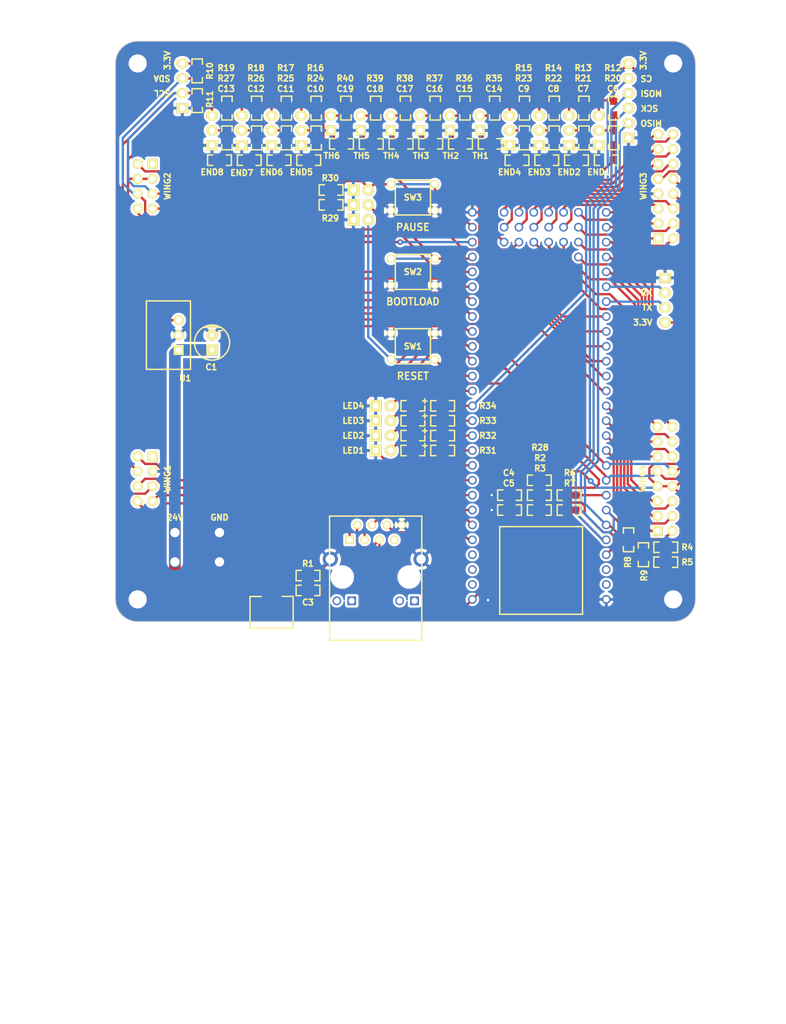
<source format=kicad_pcb>
(kicad_pcb (version 4) (host pcbnew "(2014-08-05 BZR 5054)-product")
  (title_block (title Slushie) (date "Mon 25 Aug 2014") (rev 0.0.1) (company "©2014 b@Zi.iS") (comment 1 "CERN OHL v1.2"))
  (layers (0 F.Cu signal) (31 B.Cu signal) (34 B.Paste user) (35 F.Paste user) (36 B.SilkS user) (37 F.SilkS user) (38 B.Mask user) (39 F.Mask user) (44 Edge.Cuts user))
  (net 0 "")
  (net 1 +3.3V)
  (net 2 GND)
  (net 3 /TH0)
  (net 4 /TH1)
  (net 5 /TH2)
  (net 6 /TH3)
  (net 7 /TH4)
  (net 8 /TH5)
  (net 9 /D-)
  (net 10 "Net-(D2-Pad1)")
  (net 11 "Net-(D3-Pad1)")
  (net 12 "Net-(D4-Pad1)")
  (net 13 /LED4)
  (net 14 /MOSI)
  (net 15 /SCK)
  (net 16 /MISO)
  (net 17 /TX)
  (net 18 /RX)
  (net 19 /RESET)
  (net 20 /BOOT)
  (net 21 /PAUSE)
  (net 22 /SD)
  (net 23 "Net-(C3-Pad1)")
  (net 24 /END0)
  (net 25 /END1)
  (net 26 /END2)
  (net 27 /END3)
  (net 28 /END4)
  (net 29 /END5)
  (net 30 /END6)
  (net 31 /END7)
  (net 32 "Net-(END1-Pad2)")
  (net 33 "Net-(END2-Pad2)")
  (net 34 "Net-(END3-Pad2)")
  (net 35 "Net-(END4-Pad2)")
  (net 36 "Net-(END5-Pad2)")
  (net 37 "Net-(END6-Pad2)")
  (net 38 "Net-(END7-Pad2)")
  (net 39 "Net-(END8-Pad2)")
  (net 40 /SDA)
  (net 41 /SCL)
  (net 42 "Net-(R2-Pad2)")
  (net 43 "Net-(R3-Pad2)")
  (net 44 "Net-(R4-Pad2)")
  (net 45 "Net-(R5-Pad2)")
  (net 46 /DIR7)
  (net 47 /DIR6)
  (net 48 /DIR4)
  (net 49 /DIR5)
  (net 50 /EN2)
  (net 51 /EN3)
  (net 52 /EN4)
  (net 53 /EN5)
  (net 54 /RD-)
  (net 55 /RD+)
  (net 56 /TD-)
  (net 57 /TD+)
  (net 58 /LED1)
  (net 59 /LED2)
  (net 60 /LED3)
  (net 61 /D+)
  (net 62 /DIR0)
  (net 63 /DIR1)
  (net 64 /DIR2)
  (net 65 /DIR3)
  (net 66 /PWM0)
  (net 67 /PWM1)
  (net 68 /PWM2)
  (net 69 /PWM3)
  (net 70 /PWM4)
  (net 71 /PWM5)
  (net 72 /EN6)
  (net 73 /EN7)
  (net 74 /EN1)
  (net 75 /EN0)
  (net 76 /STP7)
  (net 77 /STP6)
  (net 78 /STP5)
  (net 79 /STP4)
  (net 80 /STP3)
  (net 81 /STP2)
  (net 82 /STP1)
  (net 83 /STP0)
  (net 84 "Net-(C1-Pad1)")
  (net 85 "Net-(D1-Pad1)")
  (module Local:Tactswitch (layer F.Cu) (at 180.467 106.934 180)
    (fp_text reference SW1 (at 0 0 360) (layer F.SilkS) (effects (font (thickness 0.25))))
    (fp_text value SPST hide)
    (pad 1 thru_hole circle (at 3.75 -2.25 180) (size 1.397 1.397) (drill 1) (layers *.Cu *.Mask F.SilkS) (net 19 /RESET))
    (pad 2 thru_hole circle (at 3.75 2.25 180) (size 1.397 1.397) (drill 1) (layers *.Cu *.Mask F.SilkS) (net 2 GND))
    (pad 1 thru_hole circle (at -3.75 -2.25 180) (size 1.397 1.397) (drill 1) (layers *.Cu *.Mask F.SilkS) (net 19 /RESET))
    (pad 2 thru_hole circle (at -3.75 2.25 180) (size 1.397 1.397) (drill 1) (layers *.Cu *.Mask F.SilkS) (net 2 GND))
  )
  (module Local:Tactswitch (layer F.Cu) (at 180.467 94.234)
    (fp_text reference SW2 (at 0 0 180) (layer F.SilkS) (effects (font (thickness 0.25))))
    (fp_text value SPST hide)
    (pad 1 thru_hole circle (at 3.75 -2.25) (size 1.397 1.397) (drill 1) (layers *.Cu *.Mask F.SilkS) (net 20 /BOOT))
    (pad 2 thru_hole circle (at 3.75 2.25) (size 1.397 1.397) (drill 1) (layers *.Cu *.Mask F.SilkS) (net 2 GND))
    (pad 1 thru_hole circle (at -3.75 -2.25) (size 1.397 1.397) (drill 1) (layers *.Cu *.Mask F.SilkS) (net 20 /BOOT))
    (pad 2 thru_hole circle (at -3.75 2.25) (size 1.397 1.397) (drill 1) (layers *.Cu *.Mask F.SilkS) (net 2 GND))
  )
  (module Local:Tactswitch (layer F.Cu) (at 180.467 81.534)
    (fp_text reference SW3 (at 0 0 180) (layer F.SilkS) (effects (font (thickness 0.25))))
    (fp_text value SPST hide)
    (pad 1 thru_hole circle (at 3.75 -2.25) (size 1.397 1.397) (drill 1) (layers *.Cu *.Mask F.SilkS) (net 21 /PAUSE))
    (pad 2 thru_hole circle (at 3.75 2.25) (size 1.397 1.397) (drill 1) (layers *.Cu *.Mask F.SilkS) (net 2 GND))
    (pad 1 thru_hole circle (at -3.75 -2.25) (size 1.397 1.397) (drill 1) (layers *.Cu *.Mask F.SilkS) (net 21 /PAUSE))
    (pad 2 thru_hole circle (at -3.75 2.25) (size 1.397 1.397) (drill 1) (layers *.Cu *.Mask F.SilkS) (net 2 GND))
  )
  (module Local:USB_MICRO_B (layer F.Cu) (at 156.337 153.924)
    (fp_text reference USB1 hide)
    (fp_text value USB-MINI-B hide)
    (pad 1 smd rect (at 1.3 -4.6) (size 0.4 2) (layers F.Cu F.Paste F.Mask))
    (pad 2 smd rect (at 0.65 -4.6) (size 0.4 2) (layers F.Cu F.Paste F.Mask) (net 9 /D-))
    (pad 3 smd rect (at 0 -4.6) (size 0.4 2) (layers F.Cu F.Paste F.Mask) (net 61 /D+))
    (pad 4 smd rect (at -0.65 -4.6) (size 0.4 2) (layers F.Cu F.Paste F.Mask))
    (pad 5 smd rect (at -1.3 -4.6) (size 0.4 2) (layers F.Cu F.Paste F.Mask) (net 2 GND))
    (pad 6 smd rect (at -3.75 -1.45) (size 2.3 1.4) (layers F.Cu F.Paste F.Mask) (net 23 "Net-(C3-Pad1)"))
    (pad 9 smd rect (at 3.75 -1.45) (size 2.3 1.4) (layers F.Cu F.Paste F.Mask) (net 23 "Net-(C3-Pad1)"))
    (pad 7 smd rect (at -1.15 -1.45) (size 1.8 1.4) (layers F.Cu F.Paste F.Mask) (net 23 "Net-(C3-Pad1)"))
    (pad 8 smd rect (at 1.15 -1.45) (size 1.8 1.4) (layers F.Cu F.Paste F.Mask) (net 23 "Net-(C3-Pad1)"))
  )
  (module Capacitors_ThroughHole:Capacitor5x11RM2.5 (layer F.Cu) (at 146.177 106.299)
    (fp_text reference C1 (at -0.127 4.191) (layer F.SilkS) (effects (font (thickness 0.25))))
    (fp_text value 22µF hide)
    (pad 1 thru_hole rect (at 0 1.27) (size 1.99898 1.99898) (drill 0.8001) (layers *.Cu *.Mask F.SilkS) (net 84 "Net-(C1-Pad1)"))
    (pad 2 thru_hole circle (at 0 -1.27) (size 1.99898 1.99898) (drill 0.8001) (layers *.Cu *.Mask F.SilkS) (net 2 GND))
  )
  (module Local:TR05S (layer F.Cu) (at 140.462 105.029 90)
    (fp_text reference U1 (at -7.366 1.143 180) (layer F.SilkS) (effects (font (thickness 0.25))))
    (fp_text value TR05S hide)
    (pad 1 thru_hole rect (at -2.54 0 90) (size 1.7272 1.7272) (drill 1.016) (layers *.Cu *.Mask F.SilkS) (net 84 "Net-(C1-Pad1)"))
    (pad 2 thru_hole circle (at 0 0 90) (size 1.7272 1.7272) (drill 1.016) (layers *.Cu *.Mask F.SilkS) (net 2 GND))
    (pad 3 thru_hole circle (at 2.54 0 90) (size 1.7272 1.7272) (drill 1.016) (layers *.Cu *.Mask F.SilkS) (net 1 +3.3V))
  )
  (module Pin_Headers:Pin_Header_Straight_1x02 (layer F.Cu) (at 171.577 85.344)
    (fp_text reference RESET1 hide)
    (fp_text value CONN_2 hide)
    (pad 1 thru_hole rect (at -1.27 0) (size 2.032 2.032) (drill 1.016) (layers *.Cu *.Mask F.SilkS) (net 2 GND))
    (pad 2 thru_hole oval (at 1.27 0) (size 2.032 2.032) (drill 1.016) (layers *.Cu *.Mask F.SilkS) (net 19 /RESET))
  )
  (module Pin_Headers:Pin_Header_Straight_1x02 (layer F.Cu) (at 171.577 82.804)
    (fp_text reference BOOT1 hide)
    (fp_text value CONN_2 hide)
    (pad 1 thru_hole rect (at -1.27 0) (size 2.032 2.032) (drill 1.016) (layers *.Cu *.Mask F.SilkS) (net 2 GND))
    (pad 2 thru_hole oval (at 1.27 0) (size 2.032 2.032) (drill 1.016) (layers *.Cu *.Mask F.SilkS) (net 20 /BOOT))
  )
  (module Pin_Headers:Pin_Header_Straight_1x02 (layer F.Cu) (at 171.577 80.264)
    (fp_text reference PAUSE1 hide)
    (fp_text value CONN_2 hide)
    (pad 1 thru_hole rect (at -1.27 0) (size 2.032 2.032) (drill 1.016) (layers *.Cu *.Mask F.SilkS) (net 2 GND))
    (pad 2 thru_hole oval (at 1.27 0) (size 2.032 2.032) (drill 1.016) (layers *.Cu *.Mask F.SilkS) (net 21 /PAUSE))
  )
  (module Pin_Headers:Pin_Header_Straight_1x04 (layer F.Cu) (at 223.52 99.06 270)
    (fp_text reference UART1 hide)
    (fp_text value UART hide)
    (pad 1 thru_hole rect (at -3.81 0 270) (size 1.7272 2.032) (drill 1.016) (layers *.Cu *.Mask F.SilkS) (net 2 GND))
    (pad 2 thru_hole oval (at -1.27 0 270) (size 1.7272 2.032) (drill 1.016) (layers *.Cu *.Mask F.SilkS) (net 18 /RX))
    (pad 3 thru_hole oval (at 1.27 0 270) (size 1.7272 2.032) (drill 1.016) (layers *.Cu *.Mask F.SilkS) (net 17 /TX))
    (pad 4 thru_hole oval (at 3.81 0 270) (size 1.7272 2.032) (drill 1.016) (layers *.Cu *.Mask F.SilkS) (net 1 +3.3V))
  )
  (module Pin_Headers:Pin_Header_Straight_1x06 (layer F.Cu) (at 217.297 65.024 90)
    (fp_text reference SPI1 hide)
    (fp_text value SPI hide)
    (pad 1 thru_hole rect (at -6.35 0 90) (size 1.7272 2.032) (drill 1.016) (layers *.Cu *.Mask F.SilkS) (net 2 GND))
    (pad 2 thru_hole oval (at -3.81 0 90) (size 1.7272 2.032) (drill 1.016) (layers *.Cu *.Mask F.SilkS) (net 16 /MISO))
    (pad 3 thru_hole oval (at -1.27 0 90) (size 1.7272 2.032) (drill 1.016) (layers *.Cu *.Mask F.SilkS) (net 15 /SCK))
    (pad 4 thru_hole oval (at 1.27 0 90) (size 1.7272 2.032) (drill 1.016) (layers *.Cu *.Mask F.SilkS) (net 14 /MOSI))
    (pad 5 thru_hole oval (at 3.81 0 90) (size 1.7272 2.032) (drill 1.016) (layers *.Cu *.Mask F.SilkS) (net 13 /LED4))
    (pad 6 thru_hole oval (at 6.35 0 90) (size 1.7272 2.032) (drill 1.016) (layers *.Cu *.Mask F.SilkS) (net 1 +3.3V))
  )
  (module Pin_Headers:Pin_Header_Straight_1x04 (layer F.Cu) (at 141.097 62.484 90)
    (fp_text reference I2C1 hide)
    (fp_text value I²C hide)
    (pad 1 thru_hole rect (at -3.81 0 90) (size 1.7272 2.032) (drill 1.016) (layers *.Cu *.Mask F.SilkS) (net 2 GND))
    (pad 2 thru_hole oval (at -1.27 0 90) (size 1.7272 2.032) (drill 1.016) (layers *.Cu *.Mask F.SilkS) (net 41 /SCL))
    (pad 3 thru_hole oval (at 1.27 0 90) (size 1.7272 2.032) (drill 1.016) (layers *.Cu *.Mask F.SilkS) (net 40 /SDA))
    (pad 4 thru_hole oval (at 3.81 0 90) (size 1.7272 2.032) (drill 1.016) (layers *.Cu *.Mask F.SilkS) (net 1 +3.3V))
  )
  (module Pin_Headers:Pin_Header_Straight_1x02 (layer F.Cu) (at 175.387 124.714)
    (fp_text reference LED1 (at -5.08 0) (layer F.SilkS) (effects (font (thickness 0.25))))
    (fp_text value CONN_2 hide)
    (pad 1 thru_hole rect (at -1.27 0) (size 2.032 2.032) (drill 1.016) (layers *.Cu *.Mask F.SilkS) (net 2 GND))
    (pad 2 thru_hole oval (at 1.27 0) (size 2.032 2.032) (drill 1.016) (layers *.Cu *.Mask F.SilkS) (net 85 "Net-(D1-Pad1)"))
  )
  (module Pin_Headers:Pin_Header_Straight_1x02 (layer F.Cu) (at 175.387 122.174)
    (fp_text reference LED2 (at -5.08 0) (layer F.SilkS) (effects (font (thickness 0.25))))
    (fp_text value CONN_2 hide)
    (pad 1 thru_hole rect (at -1.27 0) (size 2.032 2.032) (drill 1.016) (layers *.Cu *.Mask F.SilkS) (net 2 GND))
    (pad 2 thru_hole oval (at 1.27 0) (size 2.032 2.032) (drill 1.016) (layers *.Cu *.Mask F.SilkS) (net 10 "Net-(D2-Pad1)"))
  )
  (module Pin_Headers:Pin_Header_Straight_1x02 (layer F.Cu) (at 175.387 119.634)
    (fp_text reference LED3 (at -5.08 0) (layer F.SilkS) (effects (font (thickness 0.25))))
    (fp_text value CONN_2 hide)
    (pad 1 thru_hole rect (at -1.27 0) (size 2.032 2.032) (drill 1.016) (layers *.Cu *.Mask F.SilkS) (net 2 GND))
    (pad 2 thru_hole oval (at 1.27 0) (size 2.032 2.032) (drill 1.016) (layers *.Cu *.Mask F.SilkS) (net 11 "Net-(D3-Pad1)"))
  )
  (module Pin_Headers:Pin_Header_Straight_1x02 (layer F.Cu) (at 175.387 117.094)
    (fp_text reference LED4 (at -5.08 0) (layer F.SilkS) (effects (font (thickness 0.25))))
    (fp_text value CONN_2 hide)
    (pad 1 thru_hole rect (at -1.27 0) (size 2.032 2.032) (drill 1.016) (layers *.Cu *.Mask F.SilkS) (net 2 GND))
    (pad 2 thru_hole oval (at 1.27 0) (size 2.032 2.032) (drill 1.016) (layers *.Cu *.Mask F.SilkS) (net 12 "Net-(D4-Pad1)"))
  )
  (module Socket_Strips:Socket_Strip_Angled_2x04 (layer F.Cu) (at 134.747 129.54 90)
    (fp_text reference WING1 (at 0 3.81 90) (layer F.SilkS) (effects (font (thickness 0.25))))
    (fp_text value CONN_4X2 hide)
    (pad 1 thru_hole rect (at 3.81 1.27 270) (size 1.7272 1.7272) (drill 1.016) (layers *.Cu *.Mask F.SilkS))
    (pad 2 thru_hole oval (at 3.81 -1.27 270) (size 1.7272 1.7272) (drill 1.016) (layers *.Cu *.Mask F.SilkS) (net 66 /PWM0))
    (pad 3 thru_hole oval (at 1.27 1.27 270) (size 1.7272 1.7272) (drill 1.016) (layers *.Cu *.Mask F.SilkS) (net 2 GND))
    (pad 4 thru_hole oval (at 1.27 -1.27 270) (size 1.7272 1.7272) (drill 1.016) (layers *.Cu *.Mask F.SilkS) (net 1 +3.3V))
    (pad 5 thru_hole oval (at -1.27 1.27 270) (size 1.7272 1.7272) (drill 1.016) (layers *.Cu *.Mask F.SilkS) (net 41 /SCL))
    (pad 6 thru_hole oval (at -1.27 -1.27 270) (size 1.7272 1.7272) (drill 1.016) (layers *.Cu *.Mask F.SilkS) (net 40 /SDA))
    (pad 7 thru_hole oval (at -3.81 1.27 270) (size 1.7272 1.7272) (drill 1.016) (layers *.Cu *.Mask F.SilkS) (net 67 /PWM1))
    (pad 8 thru_hole oval (at -3.81 -1.27 270) (size 1.7272 1.7272) (drill 1.016) (layers *.Cu *.Mask F.SilkS) (net 68 /PWM2))
  )
  (module Socket_Strips:Socket_Strip_Angled_2x04 (layer F.Cu) (at 134.747 79.629 90)
    (fp_text reference WING2 (at 0 3.81 90) (layer F.SilkS) (effects (font (thickness 0.25))))
    (fp_text value CONN_4X2 hide)
    (pad 1 thru_hole rect (at 3.81 1.27 270) (size 1.7272 1.7272) (drill 1.016) (layers *.Cu *.Mask F.SilkS))
    (pad 2 thru_hole oval (at 3.81 -1.27 270) (size 1.7272 1.7272) (drill 1.016) (layers *.Cu *.Mask F.SilkS) (net 69 /PWM3))
    (pad 3 thru_hole oval (at 1.27 1.27 270) (size 1.7272 1.7272) (drill 1.016) (layers *.Cu *.Mask F.SilkS) (net 1 +3.3V))
    (pad 4 thru_hole oval (at 1.27 -1.27 270) (size 1.7272 1.7272) (drill 1.016) (layers *.Cu *.Mask F.SilkS) (net 1 +3.3V))
    (pad 5 thru_hole oval (at -1.27 1.27 270) (size 1.7272 1.7272) (drill 1.016) (layers *.Cu *.Mask F.SilkS) (net 41 /SCL))
    (pad 6 thru_hole oval (at -1.27 -1.27 270) (size 1.7272 1.7272) (drill 1.016) (layers *.Cu *.Mask F.SilkS) (net 40 /SDA))
    (pad 7 thru_hole oval (at -3.81 1.27 270) (size 1.7272 1.7272) (drill 1.016) (layers *.Cu *.Mask F.SilkS) (net 70 /PWM4))
    (pad 8 thru_hole oval (at -3.81 -1.27 270) (size 1.7272 1.7272) (drill 1.016) (layers *.Cu *.Mask F.SilkS) (net 71 /PWM5))
  )
  (module Local:TabRA (layer F.Cu) (at 147.447 141.224 270)
    (fp_text reference P2 hide)
    (fp_text value CONN_1 hide)
    (pad 1 thru_hole circle (at -2.5 0 270) (size 2 2) (drill 1.6) (layers *.Cu *.Mask) (net 2 GND))
    (pad 1 thru_hole circle (at 2.5 0 270) (size 2 2) (drill 1.6) (layers *.Cu *.Mask) (net 2 GND))
    (pad 1 smd rect (at 0 0 270) (size 8 2) (layers F.Cu F.Paste F.Mask) (net 2 GND))
  )
  (module Local:TabRA (layer F.Cu) (at 139.827 141.224 270)
    (fp_text reference P1 hide)
    (fp_text value CONN_1 hide)
    (pad 1 thru_hole circle (at -2.5 0 270) (size 2 2) (drill 1.6) (layers *.Cu *.Mask) (net 84 "Net-(C1-Pad1)"))
    (pad 1 thru_hole circle (at 2.5 0 270) (size 2 2) (drill 1.6) (layers *.Cu *.Mask) (net 84 "Net-(C1-Pad1)"))
    (pad 1 smd rect (at 0 0 270) (size 8 2) (layers F.Cu F.Paste F.Mask) (net 84 "Net-(C1-Pad1)"))
  )
  (module Socket_Strips:Socket_Strip_Angled_2x08 (layer F.Cu) (at 223.52 129.54 270)
    (fp_text reference WING4 (at 0 3.81 270) (layer F.SilkS) (effects (font (thickness 0.25))))
    (fp_text value WINGSTEP hide)
    (pad 1 thru_hole rect (at 8.89 1.27 90) (size 1.7272 1.7272) (drill 1.016) (layers *.Cu *.Mask F.SilkS) (net 52 /EN4))
    (pad 2 thru_hole oval (at 8.89 -1.27 90) (size 1.7272 1.7272) (drill 1.016) (layers *.Cu *.Mask F.SilkS) (net 79 /STP4))
    (pad 3 thru_hole oval (at 6.35 1.27 90) (size 1.7272 1.7272) (drill 1.016) (layers *.Cu *.Mask F.SilkS) (net 78 /STP5))
    (pad 4 thru_hole oval (at 6.35 -1.27 90) (size 1.7272 1.7272) (drill 1.016) (layers *.Cu *.Mask F.SilkS) (net 48 /DIR4))
    (pad 5 thru_hole oval (at 3.81 1.27 90) (size 1.7272 1.7272) (drill 1.016) (layers *.Cu *.Mask F.SilkS) (net 49 /DIR5))
    (pad 6 thru_hole oval (at 3.81 -1.27 90) (size 1.7272 1.7272) (drill 1.016) (layers *.Cu *.Mask F.SilkS) (net 53 /EN5))
    (pad 7 thru_hole oval (at 1.27 1.27 90) (size 1.7272 1.7272) (drill 1.016) (layers *.Cu *.Mask F.SilkS) (net 1 +3.3V))
    (pad 8 thru_hole oval (at 1.27 -1.27 90) (size 1.7272 1.7272) (drill 1.016) (layers *.Cu *.Mask F.SilkS) (net 1 +3.3V))
    (pad 9 thru_hole oval (at -1.27 1.27 90) (size 1.7272 1.7272) (drill 1.016) (layers *.Cu *.Mask F.SilkS) (net 40 /SDA))
    (pad 10 thru_hole oval (at -1.27 -1.27 90) (size 1.7272 1.7272) (drill 1.016) (layers *.Cu *.Mask F.SilkS) (net 41 /SCL))
    (pad 11 thru_hole oval (at -3.81 1.27 90) (size 1.7272 1.7272) (drill 1.016) (layers *.Cu *.Mask F.SilkS) (net 77 /STP6))
    (pad 12 thru_hole oval (at -3.81 -1.27 90) (size 1.7272 1.7272) (drill 1.016) (layers *.Cu *.Mask F.SilkS) (net 72 /EN6))
    (pad 13 thru_hole oval (at -6.35 1.27 90) (size 1.7272 1.7272) (drill 1.016) (layers *.Cu *.Mask F.SilkS) (net 47 /DIR6))
    (pad 14 thru_hole oval (at -6.35 -1.27 90) (size 1.7272 1.7272) (drill 1.016) (layers *.Cu *.Mask F.SilkS) (net 76 /STP7))
    (pad 15 thru_hole oval (at -8.89 1.27 90) (size 1.7272 1.7272) (drill 1.016) (layers *.Cu *.Mask F.SilkS) (net 73 /EN7))
    (pad 16 thru_hole oval (at -8.89 -1.27 90) (size 1.7272 1.7272) (drill 1.016) (layers *.Cu *.Mask F.SilkS) (net 46 /DIR7))
  )
  (module Socket_Strips:Socket_Strip_Angled_2x08 (layer F.Cu) (at 223.647 79.629 270)
    (fp_text reference WING3 (at 0 3.81 270) (layer F.SilkS) (effects (font (thickness 0.25))))
    (fp_text value WINGSTEP hide)
    (pad 1 thru_hole rect (at 8.89 1.27 90) (size 1.7272 1.7272) (drill 1.016) (layers *.Cu *.Mask F.SilkS) (net 75 /EN0))
    (pad 2 thru_hole oval (at 8.89 -1.27 90) (size 1.7272 1.7272) (drill 1.016) (layers *.Cu *.Mask F.SilkS) (net 83 /STP0))
    (pad 3 thru_hole oval (at 6.35 1.27 90) (size 1.7272 1.7272) (drill 1.016) (layers *.Cu *.Mask F.SilkS) (net 82 /STP1))
    (pad 4 thru_hole oval (at 6.35 -1.27 90) (size 1.7272 1.7272) (drill 1.016) (layers *.Cu *.Mask F.SilkS) (net 62 /DIR0))
    (pad 5 thru_hole oval (at 3.81 1.27 90) (size 1.7272 1.7272) (drill 1.016) (layers *.Cu *.Mask F.SilkS) (net 63 /DIR1))
    (pad 6 thru_hole oval (at 3.81 -1.27 90) (size 1.7272 1.7272) (drill 1.016) (layers *.Cu *.Mask F.SilkS) (net 74 /EN1))
    (pad 7 thru_hole oval (at 1.27 1.27 90) (size 1.7272 1.7272) (drill 1.016) (layers *.Cu *.Mask F.SilkS) (net 2 GND))
    (pad 8 thru_hole oval (at 1.27 -1.27 90) (size 1.7272 1.7272) (drill 1.016) (layers *.Cu *.Mask F.SilkS) (net 1 +3.3V))
    (pad 9 thru_hole oval (at -1.27 1.27 90) (size 1.7272 1.7272) (drill 1.016) (layers *.Cu *.Mask F.SilkS) (net 40 /SDA))
    (pad 10 thru_hole oval (at -1.27 -1.27 90) (size 1.7272 1.7272) (drill 1.016) (layers *.Cu *.Mask F.SilkS) (net 41 /SCL))
    (pad 11 thru_hole oval (at -3.81 1.27 90) (size 1.7272 1.7272) (drill 1.016) (layers *.Cu *.Mask F.SilkS) (net 81 /STP2))
    (pad 12 thru_hole oval (at -3.81 -1.27 90) (size 1.7272 1.7272) (drill 1.016) (layers *.Cu *.Mask F.SilkS) (net 50 /EN2))
    (pad 13 thru_hole oval (at -6.35 1.27 90) (size 1.7272 1.7272) (drill 1.016) (layers *.Cu *.Mask F.SilkS) (net 64 /DIR2))
    (pad 14 thru_hole oval (at -6.35 -1.27 90) (size 1.7272 1.7272) (drill 1.016) (layers *.Cu *.Mask F.SilkS) (net 80 /STP3))
    (pad 15 thru_hole oval (at -8.89 1.27 90) (size 1.7272 1.7272) (drill 1.016) (layers *.Cu *.Mask F.SilkS) (net 51 /EN3))
    (pad 16 thru_hole oval (at -8.89 -1.27 90) (size 1.7272 1.7272) (drill 1.016) (layers *.Cu *.Mask F.SilkS) (net 65 /DIR3))
  )
  (module Local:Pin_Header_Right_Angle_1x03 (layer F.Cu) (at 212.217 70.104 90)
    (fp_text reference END1 (at -7.112 0 180) (layer F.SilkS) (effects (font (thickness 0.25))))
    (fp_text value END hide)
    (pad 1 thru_hole rect (at -2.54 0 90) (size 1.7272 2.032) (drill 1.016) (layers *.Cu *.Mask F.SilkS) (net 2 GND))
    (pad 2 thru_hole oval (at 0 0 90) (size 1.7272 2.032) (drill 1.016) (layers *.Cu *.Mask F.SilkS) (net 32 "Net-(END1-Pad2)"))
    (pad 3 thru_hole oval (at 2.54 0 90) (size 1.7272 2.032) (drill 1.016) (layers *.Cu *.Mask F.SilkS) (net 1 +3.3V))
  )
  (module Local:Pin_Header_Right_Angle_1x03 (layer F.Cu) (at 207.137 70.104 90)
    (fp_text reference END2 (at -7.112 0 180) (layer F.SilkS) (effects (font (thickness 0.25))))
    (fp_text value END hide)
    (pad 1 thru_hole rect (at -2.54 0 90) (size 1.7272 2.032) (drill 1.016) (layers *.Cu *.Mask F.SilkS) (net 2 GND))
    (pad 2 thru_hole oval (at 0 0 90) (size 1.7272 2.032) (drill 1.016) (layers *.Cu *.Mask F.SilkS) (net 33 "Net-(END2-Pad2)"))
    (pad 3 thru_hole oval (at 2.54 0 90) (size 1.7272 2.032) (drill 1.016) (layers *.Cu *.Mask F.SilkS) (net 1 +3.3V))
  )
  (module Local:Pin_Header_Right_Angle_1x03 (layer F.Cu) (at 202.057 70.104 90)
    (fp_text reference END3 (at -7.112 0 180) (layer F.SilkS) (effects (font (thickness 0.25))))
    (fp_text value END hide)
    (pad 1 thru_hole rect (at -2.54 0 90) (size 1.7272 2.032) (drill 1.016) (layers *.Cu *.Mask F.SilkS) (net 2 GND))
    (pad 2 thru_hole oval (at 0 0 90) (size 1.7272 2.032) (drill 1.016) (layers *.Cu *.Mask F.SilkS) (net 34 "Net-(END3-Pad2)"))
    (pad 3 thru_hole oval (at 2.54 0 90) (size 1.7272 2.032) (drill 1.016) (layers *.Cu *.Mask F.SilkS) (net 1 +3.3V))
  )
  (module Local:Pin_Header_Right_Angle_1x03 (layer F.Cu) (at 196.977 70.104 90)
    (fp_text reference END4 (at -7.112 0 180) (layer F.SilkS) (effects (font (thickness 0.25))))
    (fp_text value END hide)
    (pad 1 thru_hole rect (at -2.54 0 90) (size 1.7272 2.032) (drill 1.016) (layers *.Cu *.Mask F.SilkS) (net 2 GND))
    (pad 2 thru_hole oval (at 0 0 90) (size 1.7272 2.032) (drill 1.016) (layers *.Cu *.Mask F.SilkS) (net 35 "Net-(END4-Pad2)"))
    (pad 3 thru_hole oval (at 2.54 0 90) (size 1.7272 2.032) (drill 1.016) (layers *.Cu *.Mask F.SilkS) (net 1 +3.3V))
  )
  (module Local:Pin_Header_Right_Angle_1x03 (layer F.Cu) (at 161.417 70.104 90)
    (fp_text reference END5 (at -7.112 0 180) (layer F.SilkS) (effects (font (thickness 0.25))))
    (fp_text value END hide)
    (pad 1 thru_hole rect (at -2.54 0 90) (size 1.7272 2.032) (drill 1.016) (layers *.Cu *.Mask F.SilkS) (net 2 GND))
    (pad 2 thru_hole oval (at 0 0 90) (size 1.7272 2.032) (drill 1.016) (layers *.Cu *.Mask F.SilkS) (net 36 "Net-(END5-Pad2)"))
    (pad 3 thru_hole oval (at 2.54 0 90) (size 1.7272 2.032) (drill 1.016) (layers *.Cu *.Mask F.SilkS) (net 1 +3.3V))
  )
  (module Local:Pin_Header_Right_Angle_1x03 (layer F.Cu) (at 156.337 70.104 90)
    (fp_text reference END6 (at -7.112 0 180) (layer F.SilkS) (effects (font (thickness 0.25))))
    (fp_text value END hide)
    (pad 1 thru_hole rect (at -2.54 0 90) (size 1.7272 2.032) (drill 1.016) (layers *.Cu *.Mask F.SilkS) (net 2 GND))
    (pad 2 thru_hole oval (at 0 0 90) (size 1.7272 2.032) (drill 1.016) (layers *.Cu *.Mask F.SilkS) (net 37 "Net-(END6-Pad2)"))
    (pad 3 thru_hole oval (at 2.54 0 90) (size 1.7272 2.032) (drill 1.016) (layers *.Cu *.Mask F.SilkS) (net 1 +3.3V))
  )
  (module Local:Pin_Header_Right_Angle_1x03 (layer F.Cu) (at 151.257 70.104 90)
    (fp_text reference END7 (at -7.239 0 180) (layer F.SilkS) (effects (font (thickness 0.25))))
    (fp_text value END hide)
    (pad 1 thru_hole rect (at -2.54 0 90) (size 1.7272 2.032) (drill 1.016) (layers *.Cu *.Mask F.SilkS) (net 2 GND))
    (pad 2 thru_hole oval (at 0 0 90) (size 1.7272 2.032) (drill 1.016) (layers *.Cu *.Mask F.SilkS) (net 38 "Net-(END7-Pad2)"))
    (pad 3 thru_hole oval (at 2.54 0 90) (size 1.7272 2.032) (drill 1.016) (layers *.Cu *.Mask F.SilkS) (net 1 +3.3V))
  )
  (module Local:Pin_Header_Right_Angle_1x03 (layer F.Cu) (at 146.177 70.104 90)
    (fp_text reference END8 (at -7.112 0 180) (layer F.SilkS) (effects (font (thickness 0.25))))
    (fp_text value END hide)
    (pad 1 thru_hole rect (at -2.54 0 90) (size 1.7272 2.032) (drill 1.016) (layers *.Cu *.Mask F.SilkS) (net 2 GND))
    (pad 2 thru_hole oval (at 0 0 90) (size 1.7272 2.032) (drill 1.016) (layers *.Cu *.Mask F.SilkS) (net 39 "Net-(END8-Pad2)"))
    (pad 3 thru_hole oval (at 2.54 0 90) (size 1.7272 2.032) (drill 1.016) (layers *.Cu *.Mask F.SilkS) (net 1 +3.3V))
  )
  (module Local:Pin_Header_Angled_2x01 (layer F.Cu) (at 191.897 68.834)
    (fp_text reference TH1 (at 0.127 5.588) (layer F.SilkS) (effects (font (thickness 0.25))))
    (fp_text value TH hide)
    (pad 1 thru_hole rect (at 0 1.27) (size 1.7272 1.7272) (drill 1.016) (layers *.Cu *.Mask F.SilkS) (net 2 GND))
    (pad 2 thru_hole oval (at 0 -1.27) (size 1.7272 1.7272) (drill 1.016) (layers *.Cu *.Mask F.SilkS) (net 3 /TH0))
  )
  (module Local:Pin_Header_Angled_2x01 (layer F.Cu) (at 186.817 68.834)
    (fp_text reference TH2 (at 0.127 5.588) (layer F.SilkS) (effects (font (thickness 0.25))))
    (fp_text value TH hide)
    (pad 1 thru_hole rect (at 0 1.27) (size 1.7272 1.7272) (drill 1.016) (layers *.Cu *.Mask F.SilkS) (net 2 GND))
    (pad 2 thru_hole oval (at 0 -1.27) (size 1.7272 1.7272) (drill 1.016) (layers *.Cu *.Mask F.SilkS) (net 4 /TH1))
  )
  (module Local:Pin_Header_Angled_2x01 (layer F.Cu) (at 181.737 68.834)
    (fp_text reference TH3 (at 0.127 5.588) (layer F.SilkS) (effects (font (thickness 0.25))))
    (fp_text value TH hide)
    (pad 1 thru_hole rect (at 0 1.27) (size 1.7272 1.7272) (drill 1.016) (layers *.Cu *.Mask F.SilkS) (net 2 GND))
    (pad 2 thru_hole oval (at 0 -1.27) (size 1.7272 1.7272) (drill 1.016) (layers *.Cu *.Mask F.SilkS) (net 5 /TH2))
  )
  (module Local:Pin_Header_Angled_2x01 (layer F.Cu) (at 176.657 68.834)
    (fp_text reference TH4 (at 0.127 5.588) (layer F.SilkS) (effects (font (thickness 0.25))))
    (fp_text value TH hide)
    (pad 1 thru_hole rect (at 0 1.27) (size 1.7272 1.7272) (drill 1.016) (layers *.Cu *.Mask F.SilkS) (net 2 GND))
    (pad 2 thru_hole oval (at 0 -1.27) (size 1.7272 1.7272) (drill 1.016) (layers *.Cu *.Mask F.SilkS) (net 6 /TH3))
  )
  (module Local:Pin_Header_Angled_2x01 (layer F.Cu) (at 171.577 68.834)
    (fp_text reference TH5 (at 0.127 5.588) (layer F.SilkS) (effects (font (thickness 0.25))))
    (fp_text value TH hide)
    (pad 1 thru_hole rect (at 0 1.27) (size 1.7272 1.7272) (drill 1.016) (layers *.Cu *.Mask F.SilkS) (net 2 GND))
    (pad 2 thru_hole oval (at 0 -1.27) (size 1.7272 1.7272) (drill 1.016) (layers *.Cu *.Mask F.SilkS) (net 7 /TH4))
  )
  (module Local:Pin_Header_Angled_2x01 (layer F.Cu) (at 166.497 68.834)
    (fp_text reference TH6 (at 0.127 5.588) (layer F.SilkS) (effects (font (thickness 0.25))))
    (fp_text value TH hide)
    (pad 1 thru_hole rect (at 0 1.27) (size 1.7272 1.7272) (drill 1.016) (layers *.Cu *.Mask F.SilkS) (net 2 GND))
    (pad 2 thru_hole oval (at 0 -1.27) (size 1.7272 1.7272) (drill 1.016) (layers *.Cu *.Mask F.SilkS) (net 8 /TH5))
  )
  (module Local:LPCXPRESSO_LPC1769 (layer F.Cu) (at 213.487 150.114 90)
    (fp_text reference U2)
    (fp_text value "LPC1769 LPCXpresso")
    (pad 1 thru_hole oval (at 0 0 90) (size 1.49606 1.49606) (drill 0.99822) (layers *.Cu *.Mask) (net 2 GND))
    (pad 2 thru_hole oval (at 2.54 0 90) (size 1.49606 1.49606) (drill 0.99822) (layers *.Cu *.Mask))
    (pad 3 thru_hole oval (at 5.08 0 90) (size 1.49606 1.49606) (drill 0.99822) (layers *.Cu *.Mask))
    (pad 4 thru_hole oval (at 7.62 0 90) (size 1.49606 1.49606) (drill 0.99822) (layers *.Cu *.Mask) (net 19 /RESET))
    (pad 5 thru_hole oval (at 10.16 0 180) (size 1.49606 1.49606) (drill 0.99822) (layers *.Cu *.Mask) (net 14 /MOSI))
    (pad 6 thru_hole oval (at 12.7 0 90) (size 1.49606 1.49606) (drill 0.99822) (layers *.Cu *.Mask) (net 16 /MISO))
    (pad 7 thru_hole oval (at 15.24 0 90) (size 1.49606 1.49606) (drill 0.99822) (layers *.Cu *.Mask) (net 15 /SCK))
    (pad 8 thru_hole oval (at 17.78 0 90) (size 1.49606 1.49606) (drill 0.99822) (layers *.Cu *.Mask) (net 22 /SD))
    (pad 9 thru_hole oval (at 20.32 0 90) (size 1.49606 1.49606) (drill 0.99822) (layers *.Cu *.Mask) (net 40 /SDA))
    (pad 10 thru_hole oval (at 22.86 0 90) (size 1.49606 1.49606) (drill 0.99822) (layers *.Cu *.Mask) (net 41 /SCL))
    (pad 11 thru_hole oval (at 25.4 0 90) (size 1.49606 1.49606) (drill 0.99822) (layers *.Cu *.Mask) (net 79 /STP4))
    (pad 12 thru_hole oval (at 27.94 0 90) (size 1.49606 1.49606) (drill 0.99822) (layers *.Cu *.Mask) (net 52 /EN4))
    (pad 13 thru_hole oval (at 30.48 0 90) (size 1.49606 1.49606) (drill 0.99822) (layers *.Cu *.Mask) (net 48 /DIR4))
    (pad 14 thru_hole oval (at 33.02 0 90) (size 1.49606 1.49606) (drill 0.99822) (layers *.Cu *.Mask) (net 78 /STP5))
    (pad 15 thru_hole oval (at 35.56 0 90) (size 1.49606 1.49606) (drill 0.99822) (layers *.Cu *.Mask) (net 8 /TH5))
    (pad 16 thru_hole oval (at 38.1 0 90) (size 1.49606 1.49606) (drill 0.99822) (layers *.Cu *.Mask) (net 7 /TH4))
    (pad 17 thru_hole oval (at 40.64 0 90) (size 1.49606 1.49606) (drill 0.99822) (layers *.Cu *.Mask) (net 6 /TH3))
    (pad 18 thru_hole oval (at 43.18 0 90) (size 1.49606 1.49606) (drill 0.99822) (layers *.Cu *.Mask) (net 5 /TH2))
    (pad 19 thru_hole oval (at 45.72 0 90) (size 1.49606 1.49606) (drill 0.99822) (layers *.Cu *.Mask) (net 4 /TH1))
    (pad 20 thru_hole oval (at 48.26 0 90) (size 1.49606 1.49606) (drill 0.99822) (layers *.Cu *.Mask) (net 3 /TH0))
    (pad 21 thru_hole oval (at 50.8 0 90) (size 1.49606 1.49606) (drill 0.99822) (layers *.Cu *.Mask) (net 17 /TX))
    (pad 22 thru_hole oval (at 53.34 0 90) (size 1.49606 1.49606) (drill 0.99822) (layers *.Cu *.Mask) (net 18 /RX))
    (pad 23 thru_hole oval (at 55.88 0 90) (size 1.49606 1.49606) (drill 0.99822) (layers *.Cu *.Mask) (net 72 /EN6))
    (pad 24 thru_hole oval (at 58.42 0 90) (size 1.49606 1.49606) (drill 0.99822) (layers *.Cu *.Mask) (net 76 /STP7))
    (pad 25 thru_hole oval (at 60.96 0 180) (size 1.49606 1.49606) (drill 0.99822) (layers *.Cu *.Mask) (net 46 /DIR7))
    (pad 26 thru_hole oval (at 63.5 0 90) (size 1.49606 1.49606) (drill 0.99822) (layers *.Cu *.Mask) (net 75 /EN0))
    (pad 27 thru_hole oval (at 66.04 0 90) (size 1.49606 1.49606) (drill 0.99822) (layers *.Cu *.Mask) (net 82 /STP1))
    (pad 28 thru_hole oval (at 0 -22.86 90) (size 1.49606 1.49606) (drill 0.99822) (layers *.Cu *.Mask) (net 1 +3.3V))
    (pad 29 thru_hole oval (at 2.54 -22.86 90) (size 1.49606 1.49606) (drill 0.99822) (layers *.Cu *.Mask))
    (pad 30 thru_hole oval (at 5.08 -22.86 90) (size 1.49606 1.49606) (drill 0.99822) (layers *.Cu *.Mask))
    (pad 31 thru_hole oval (at 7.62 -22.86 90) (size 1.49606 1.49606) (drill 0.99822) (layers *.Cu *.Mask))
    (pad 32 thru_hole oval (at 10.16 -22.86 180) (size 1.49606 1.49606) (drill 0.99822) (layers *.Cu *.Mask) (net 54 /RD-))
    (pad 33 thru_hole oval (at 12.7 -22.86 90) (size 1.49606 1.49606) (drill 0.99822) (layers *.Cu *.Mask) (net 55 /RD+))
    (pad 34 thru_hole oval (at 15.24 -22.86 90) (size 1.49606 1.49606) (drill 0.99822) (layers *.Cu *.Mask) (net 56 /TD-))
    (pad 35 thru_hole oval (at 17.78 -22.86 90) (size 1.49606 1.49606) (drill 0.99822) (layers *.Cu *.Mask) (net 57 /TD+))
    (pad 36 thru_hole oval (at 20.32 -22.86 90) (size 1.49606 1.49606) (drill 0.99822) (layers *.Cu *.Mask) (net 9 /D-))
    (pad 37 thru_hole oval (at 22.86 -22.86 90) (size 1.49606 1.49606) (drill 0.99822) (layers *.Cu *.Mask) (net 61 /D+))
    (pad 38 thru_hole oval (at 25.4 -22.86 90) (size 1.49606 1.49606) (drill 0.99822) (layers *.Cu *.Mask) (net 58 /LED1))
    (pad 39 thru_hole oval (at 27.94 -22.86 90) (size 1.49606 1.49606) (drill 0.99822) (layers *.Cu *.Mask) (net 59 /LED2))
    (pad 40 thru_hole oval (at 30.48 -22.86 90) (size 1.49606 1.49606) (drill 0.99822) (layers *.Cu *.Mask) (net 60 /LED3))
    (pad 41 thru_hole oval (at 33.02 -22.86 90) (size 1.49606 1.49606) (drill 0.99822) (layers *.Cu *.Mask) (net 13 /LED4))
    (pad 42 thru_hole oval (at 35.56 -22.86 90) (size 1.49606 1.49606) (drill 0.99822) (layers *.Cu *.Mask) (net 68 /PWM2))
    (pad 43 thru_hole oval (at 38.1 -22.86 90) (size 1.49606 1.49606) (drill 0.99822) (layers *.Cu *.Mask) (net 67 /PWM1))
    (pad 44 thru_hole oval (at 40.64 -22.86 90) (size 1.49606 1.49606) (drill 0.99822) (layers *.Cu *.Mask) (net 66 /PWM0))
    (pad 45 thru_hole oval (at 43.18 -22.86 90) (size 1.49606 1.49606) (drill 0.99822) (layers *.Cu *.Mask) (net 71 /PWM5))
    (pad 46 thru_hole oval (at 45.72 -22.86 90) (size 1.49606 1.49606) (drill 0.99822) (layers *.Cu *.Mask) (net 70 /PWM4))
    (pad 47 thru_hole oval (at 48.26 -22.86 90) (size 1.49606 1.49606) (drill 0.99822) (layers *.Cu *.Mask) (net 69 /PWM3))
    (pad 48 thru_hole oval (at 50.8 -22.86 90) (size 1.49606 1.49606) (drill 0.99822) (layers *.Cu *.Mask) (net 31 /END7))
    (pad 49 thru_hole oval (at 53.34 -22.86 90) (size 1.49606 1.49606) (drill 0.99822) (layers *.Cu *.Mask) (net 30 /END6))
    (pad 50 thru_hole oval (at 55.88 -22.86 90) (size 1.49606 1.49606) (drill 0.99822) (layers *.Cu *.Mask) (net 29 /END5))
    (pad 51 thru_hole oval (at 58.42 -22.86 90) (size 1.49606 1.49606) (drill 0.99822) (layers *.Cu *.Mask) (net 20 /BOOT))
    (pad 52 thru_hole oval (at 60.96 -22.86 180) (size 1.49606 1.49606) (drill 0.99822) (layers *.Cu *.Mask) (net 28 /END4))
    (pad 53 thru_hole oval (at 63.5 -22.86 90) (size 1.49606 1.49606) (drill 0.99822) (layers *.Cu *.Mask) (net 21 /PAUSE))
    (pad 54 thru_hole oval (at 66.04 -22.86 90) (size 1.49606 1.49606) (drill 0.99822) (layers *.Cu *.Mask) (net 2 GND))
    (pad 55 thru_hole oval (at 58.42 -4.7498 90) (size 1.49606 1.49606) (drill 0.99822) (layers *.Cu *.Mask) (net 47 /DIR6))
    (pad 56 thru_hole oval (at 60.96 -4.7498 90) (size 1.49606 1.49606) (drill 0.99822) (layers *.Cu *.Mask) (net 73 /EN7))
    (pad 57 thru_hole oval (at 63.5 -4.7498 90) (size 1.49606 1.49606) (drill 0.99822) (layers *.Cu *.Mask) (net 83 /STP0))
    (pad 58 thru_hole oval (at 66.04 -4.7498 90) (size 1.49606 1.49606) (drill 0.99822) (layers *.Cu *.Mask) (net 62 /DIR0))
    (pad 59 thru_hole oval (at 60.96 -7.2898 90) (size 1.49606 1.49606) (drill 0.99822) (layers *.Cu *.Mask) (net 77 /STP6))
    (pad 60 thru_hole oval (at 63.5 -7.2898 90) (size 1.49606 1.49606) (drill 0.99822) (layers *.Cu *.Mask) (net 63 /DIR1))
    (pad 61 thru_hole oval (at 66.04 -7.2898 90) (size 1.49606 1.49606) (drill 0.99822) (layers *.Cu *.Mask) (net 74 /EN1))
    (pad 62 thru_hole oval (at 60.96 -9.8298 90) (size 1.49606 1.49606) (drill 0.99822) (layers *.Cu *.Mask) (net 49 /DIR5))
    (pad 63 thru_hole oval (at 63.5 -9.8298 90) (size 1.49606 1.49606) (drill 0.99822) (layers *.Cu *.Mask) (net 50 /EN2))
    (pad 64 thru_hole oval (at 66.04 -9.8298 90) (size 1.49606 1.49606) (drill 0.99822) (layers *.Cu *.Mask) (net 81 /STP2))
    (pad 65 thru_hole oval (at 60.96 -12.3698 90) (size 1.49606 1.49606) (drill 0.99822) (layers *.Cu *.Mask) (net 53 /EN5))
    (pad 66 thru_hole oval (at 63.5 -12.3698 90) (size 1.49606 1.49606) (drill 0.99822) (layers *.Cu *.Mask) (net 80 /STP3))
    (pad 67 thru_hole oval (at 66.04 -12.3698 90) (size 1.49606 1.49606) (drill 0.99822) (layers *.Cu *.Mask) (net 64 /DIR2))
    (pad 68 thru_hole oval (at 60.96 -14.9098 90) (size 1.49606 1.49606) (drill 0.99822) (layers *.Cu *.Mask) (net 27 /END3))
    (pad 69 thru_hole oval (at 63.5 -14.9098 90) (size 1.49606 1.49606) (drill 0.99822) (layers *.Cu *.Mask) (net 65 /DIR3))
    (pad 70 thru_hole oval (at 66.04 -14.9098 90) (size 1.49606 1.49606) (drill 0.99822) (layers *.Cu *.Mask) (net 51 /EN3))
    (pad 71 thru_hole oval (at 60.96 -17.4498 90) (size 1.49606 1.49606) (drill 0.99822) (layers *.Cu *.Mask) (net 26 /END2))
    (pad 72 thru_hole oval (at 63.5 -17.4498 90) (size 1.49606 1.49606) (drill 0.99822) (layers *.Cu *.Mask) (net 24 /END0))
    (pad 73 thru_hole oval (at 66.04 -17.4498 90) (size 1.49606 1.49606) (drill 0.99822) (layers *.Cu *.Mask) (net 25 /END1))
  )
  (module Local:0805R (layer F.Cu) (at 148.717 66.294 270)
    (fp_text reference R19 (at -6.858 0.127 360) (layer F.SilkS) (effects (font (thickness 0.25))))
    (fp_text value 1k hide)
    (pad 1 smd rect (at -1.15 0 270) (size 1.2 1.2) (layers F.Cu F.Paste F.Mask) (net 1 +3.3V))
    (pad 2 smd rect (at 1.15 0 270) (size 1.2 1.2) (layers F.Cu F.Paste F.Mask) (net 39 "Net-(END8-Pad2)"))
  )
  (module Local:0805R (layer F.Cu) (at 162.56 146.05)
    (fp_text reference R1 (at 0 -2.032) (layer F.SilkS) (effects (font (thickness 0.25))))
    (fp_text value 1M hide)
    (pad 1 smd rect (at -1.15 0) (size 1.2 1.2) (layers F.Cu F.Paste F.Mask) (net 23 "Net-(C3-Pad1)"))
    (pad 2 smd rect (at 1.15 0) (size 1.2 1.2) (layers F.Cu F.Paste F.Mask) (net 2 GND))
  )
  (module Local:0805R (layer F.Cu) (at 202.057 132.334)
    (fp_text reference R2 (at 0.127 -6.35) (layer F.SilkS) (effects (font (thickness 0.25))))
    (fp_text value 10k hide)
    (pad 1 smd rect (at -1.15 0) (size 1.2 1.2) (layers F.Cu F.Paste F.Mask) (net 1 +3.3V))
    (pad 2 smd rect (at 1.15 0) (size 1.2 1.2) (layers F.Cu F.Paste F.Mask) (net 42 "Net-(R2-Pad2)"))
  )
  (module Local:0805R (layer F.Cu) (at 202.057 134.874)
    (fp_text reference R3 (at 0.127 -7.112) (layer F.SilkS) (effects (font (thickness 0.25))))
    (fp_text value 10k hide)
    (pad 1 smd rect (at -1.15 0) (size 1.2 1.2) (layers F.Cu F.Paste F.Mask) (net 1 +3.3V))
    (pad 2 smd rect (at 1.15 0) (size 1.2 1.2) (layers F.Cu F.Paste F.Mask) (net 43 "Net-(R3-Pad2)"))
  )
  (module Local:0805R (layer F.Cu) (at 223.647 141.224 180)
    (fp_text reference R4 (at -3.683 0 180) (layer F.SilkS) (effects (font (thickness 0.25))))
    (fp_text value 10k hide)
    (pad 1 smd rect (at -1.15 0 180) (size 1.2 1.2) (layers F.Cu F.Paste F.Mask) (net 1 +3.3V))
    (pad 2 smd rect (at 1.15 0 180) (size 1.2 1.2) (layers F.Cu F.Paste F.Mask) (net 44 "Net-(R4-Pad2)"))
  )
  (module Local:0805R (layer F.Cu) (at 223.647 143.764 180)
    (fp_text reference R5 (at -3.683 0 360) (layer F.SilkS) (effects (font (thickness 0.25))))
    (fp_text value 10k hide)
    (pad 1 smd rect (at -1.15 0 180) (size 1.2 1.2) (layers F.Cu F.Paste F.Mask) (net 1 +3.3V))
    (pad 2 smd rect (at 1.15 0 180) (size 1.2 1.2) (layers F.Cu F.Paste F.Mask) (net 45 "Net-(R5-Pad2)"))
  )
  (module Local:0805R (layer F.Cu) (at 207.137 132.334)
    (fp_text reference R6 (at 0.127 -3.81) (layer F.SilkS) (effects (font (thickness 0.25))))
    (fp_text value 270 hide)
    (pad 1 smd rect (at -1.15 0) (size 1.2 1.2) (layers F.Cu F.Paste F.Mask) (net 42 "Net-(R2-Pad2)"))
    (pad 2 smd rect (at 1.15 0) (size 1.2 1.2) (layers F.Cu F.Paste F.Mask) (net 22 /SD))
  )
  (module Local:0805R (layer F.Cu) (at 207.137 134.874)
    (fp_text reference R7 (at 0.127 -4.572) (layer F.SilkS) (effects (font (thickness 0.25))))
    (fp_text value 270 hide)
    (pad 1 smd rect (at -1.15 0) (size 1.2 1.2) (layers F.Cu F.Paste F.Mask) (net 43 "Net-(R3-Pad2)"))
    (pad 2 smd rect (at 1.15 0) (size 1.2 1.2) (layers F.Cu F.Paste F.Mask) (net 14 /MOSI))
  )
  (module Local:0805R (layer F.Cu) (at 217.297 139.954 90)
    (fp_text reference R8 (at -3.81 -0.127 90) (layer F.SilkS) (effects (font (thickness 0.25))))
    (fp_text value 270 hide)
    (pad 1 smd rect (at -1.15 0 90) (size 1.2 1.2) (layers F.Cu F.Paste F.Mask) (net 44 "Net-(R4-Pad2)"))
    (pad 2 smd rect (at 1.15 0 90) (size 1.2 1.2) (layers F.Cu F.Paste F.Mask) (net 15 /SCK))
  )
  (module Local:0805R (layer F.Cu) (at 219.837 142.494 90)
    (fp_text reference R9 (at -3.556 0.127 90) (layer F.SilkS) (effects (font (thickness 0.25))))
    (fp_text value 270 hide)
    (pad 1 smd rect (at -1.15 0 90) (size 1.2 1.2) (layers F.Cu F.Paste F.Mask) (net 45 "Net-(R5-Pad2)"))
    (pad 2 smd rect (at 1.15 0 90) (size 1.2 1.2) (layers F.Cu F.Paste F.Mask) (net 16 /MISO))
  )
  (module Local:0805R (layer F.Cu) (at 143.637 59.944 90)
    (fp_text reference R10 (at 0 2.159 90) (layer F.SilkS) (effects (font (thickness 0.25))))
    (fp_text value 2k2 hide)
    (pad 1 smd rect (at -1.15 0 90) (size 1.2 1.2) (layers F.Cu F.Paste F.Mask) (net 40 /SDA))
    (pad 2 smd rect (at 1.15 0 90) (size 1.2 1.2) (layers F.Cu F.Paste F.Mask) (net 1 +3.3V))
  )
  (module Local:0805R (layer F.Cu) (at 143.637 65.024 270)
    (fp_text reference R11 (at -0.254 -2.159 270) (layer F.SilkS) (effects (font (thickness 0.25))))
    (fp_text value 2k2 hide)
    (pad 1 smd rect (at -1.15 0 270) (size 1.2 1.2) (layers F.Cu F.Paste F.Mask) (net 41 /SCL))
    (pad 2 smd rect (at 1.15 0 270) (size 1.2 1.2) (layers F.Cu F.Paste F.Mask) (net 1 +3.3V))
  )
  (module Local:0805R (layer F.Cu) (at 214.757 66.294 270)
    (fp_text reference R12 (at -6.858 0.127 360) (layer F.SilkS) (effects (font (thickness 0.25))))
    (fp_text value 1k hide)
    (pad 1 smd rect (at -1.15 0 270) (size 1.2 1.2) (layers F.Cu F.Paste F.Mask) (net 1 +3.3V))
    (pad 2 smd rect (at 1.15 0 270) (size 1.2 1.2) (layers F.Cu F.Paste F.Mask) (net 32 "Net-(END1-Pad2)"))
  )
  (module Local:0805R (layer F.Cu) (at 209.677 66.294 270)
    (fp_text reference R13 (at -6.858 0.127 360) (layer F.SilkS) (effects (font (thickness 0.25))))
    (fp_text value 1k hide)
    (pad 1 smd rect (at -1.15 0 270) (size 1.2 1.2) (layers F.Cu F.Paste F.Mask) (net 1 +3.3V))
    (pad 2 smd rect (at 1.15 0 270) (size 1.2 1.2) (layers F.Cu F.Paste F.Mask) (net 33 "Net-(END2-Pad2)"))
  )
  (module Local:0805R (layer F.Cu) (at 204.597 66.294 270)
    (fp_text reference R14 (at -6.858 0.127 360) (layer F.SilkS) (effects (font (thickness 0.25))))
    (fp_text value 1k hide)
    (pad 1 smd rect (at -1.15 0 270) (size 1.2 1.2) (layers F.Cu F.Paste F.Mask) (net 1 +3.3V))
    (pad 2 smd rect (at 1.15 0 270) (size 1.2 1.2) (layers F.Cu F.Paste F.Mask) (net 34 "Net-(END3-Pad2)"))
  )
  (module Local:0805R (layer F.Cu) (at 199.517 66.294 270)
    (fp_text reference R15 (at -6.858 0.127 360) (layer F.SilkS) (effects (font (thickness 0.25))))
    (fp_text value 1k hide)
    (pad 1 smd rect (at -1.15 0 270) (size 1.2 1.2) (layers F.Cu F.Paste F.Mask) (net 1 +3.3V))
    (pad 2 smd rect (at 1.15 0 270) (size 1.2 1.2) (layers F.Cu F.Paste F.Mask) (net 35 "Net-(END4-Pad2)"))
  )
  (module Local:0805R (layer F.Cu) (at 163.957 66.294 270)
    (fp_text reference R16 (at -6.858 0.127 360) (layer F.SilkS) (effects (font (thickness 0.25))))
    (fp_text value 1k hide)
    (pad 1 smd rect (at -1.15 0 270) (size 1.2 1.2) (layers F.Cu F.Paste F.Mask) (net 1 +3.3V))
    (pad 2 smd rect (at 1.15 0 270) (size 1.2 1.2) (layers F.Cu F.Paste F.Mask) (net 36 "Net-(END5-Pad2)"))
  )
  (module Local:0805R (layer F.Cu) (at 158.877 66.294 270)
    (fp_text reference R17 (at -6.858 0.127 360) (layer F.SilkS) (effects (font (thickness 0.25))))
    (fp_text value 1k hide)
    (pad 1 smd rect (at -1.15 0 270) (size 1.2 1.2) (layers F.Cu F.Paste F.Mask) (net 1 +3.3V))
    (pad 2 smd rect (at 1.15 0 270) (size 1.2 1.2) (layers F.Cu F.Paste F.Mask) (net 37 "Net-(END6-Pad2)"))
  )
  (module Local:0805R (layer F.Cu) (at 153.797 66.294 270)
    (fp_text reference R18 (at -6.858 0.127 360) (layer F.SilkS) (effects (font (thickness 0.25))))
    (fp_text value 1k hide)
    (pad 1 smd rect (at -1.15 0 270) (size 1.2 1.2) (layers F.Cu F.Paste F.Mask) (net 1 +3.3V))
    (pad 2 smd rect (at 1.15 0 270) (size 1.2 1.2) (layers F.Cu F.Paste F.Mask) (net 38 "Net-(END7-Pad2)"))
  )
  (module Local:0805R (layer F.Cu) (at 214.757 71.374 270)
    (fp_text reference R20 (at -10.16 0.127 360) (layer F.SilkS) (effects (font (thickness 0.25))))
    (fp_text value 5k6 hide)
    (pad 1 smd rect (at -1.15 0 270) (size 1.2 1.2) (layers F.Cu F.Paste F.Mask) (net 32 "Net-(END1-Pad2)"))
    (pad 2 smd rect (at 1.15 0 270) (size 1.2 1.2) (layers F.Cu F.Paste F.Mask) (net 24 /END0))
  )
  (module Local:0805R (layer F.Cu) (at 209.677 71.374 270)
    (fp_text reference R21 (at -10.16 0.127 360) (layer F.SilkS) (effects (font (thickness 0.25))))
    (fp_text value 5k6 hide)
    (pad 1 smd rect (at -1.15 0 270) (size 1.2 1.2) (layers F.Cu F.Paste F.Mask) (net 33 "Net-(END2-Pad2)"))
    (pad 2 smd rect (at 1.15 0 270) (size 1.2 1.2) (layers F.Cu F.Paste F.Mask) (net 25 /END1))
  )
  (module Local:0805R (layer F.Cu) (at 204.597 71.374 270)
    (fp_text reference R22 (at -10.16 0.127 360) (layer F.SilkS) (effects (font (thickness 0.25))))
    (fp_text value 5k6 hide)
    (pad 1 smd rect (at -1.15 0 270) (size 1.2 1.2) (layers F.Cu F.Paste F.Mask) (net 34 "Net-(END3-Pad2)"))
    (pad 2 smd rect (at 1.15 0 270) (size 1.2 1.2) (layers F.Cu F.Paste F.Mask) (net 26 /END2))
  )
  (module Local:0805R (layer F.Cu) (at 199.517 71.374 270)
    (fp_text reference R23 (at -10.16 0.127 360) (layer F.SilkS) (effects (font (thickness 0.25))))
    (fp_text value 5k6 hide)
    (pad 1 smd rect (at -1.15 0 270) (size 1.2 1.2) (layers F.Cu F.Paste F.Mask) (net 35 "Net-(END4-Pad2)"))
    (pad 2 smd rect (at 1.15 0 270) (size 1.2 1.2) (layers F.Cu F.Paste F.Mask) (net 27 /END3))
  )
  (module Local:0805R (layer F.Cu) (at 163.957 71.374 270)
    (fp_text reference R24 (at -10.16 0.127 360) (layer F.SilkS) (effects (font (thickness 0.25))))
    (fp_text value 5k6 hide)
    (pad 1 smd rect (at -1.15 0 270) (size 1.2 1.2) (layers F.Cu F.Paste F.Mask) (net 36 "Net-(END5-Pad2)"))
    (pad 2 smd rect (at 1.15 0 270) (size 1.2 1.2) (layers F.Cu F.Paste F.Mask) (net 28 /END4))
  )
  (module Local:0805R (layer F.Cu) (at 158.877 71.374 270)
    (fp_text reference R25 (at -10.16 0.127 360) (layer F.SilkS) (effects (font (thickness 0.25))))
    (fp_text value 5k6 hide)
    (pad 1 smd rect (at -1.15 0 270) (size 1.2 1.2) (layers F.Cu F.Paste F.Mask) (net 37 "Net-(END6-Pad2)"))
    (pad 2 smd rect (at 1.15 0 270) (size 1.2 1.2) (layers F.Cu F.Paste F.Mask) (net 29 /END5))
  )
  (module Local:0805R (layer F.Cu) (at 153.797 71.374 270)
    (fp_text reference R26 (at -10.16 0.127 360) (layer F.SilkS) (effects (font (thickness 0.25))))
    (fp_text value 5k6 hide)
    (pad 1 smd rect (at -1.15 0 270) (size 1.2 1.2) (layers F.Cu F.Paste F.Mask) (net 38 "Net-(END7-Pad2)"))
    (pad 2 smd rect (at 1.15 0 270) (size 1.2 1.2) (layers F.Cu F.Paste F.Mask) (net 30 /END6))
  )
  (module Local:0805R (layer F.Cu) (at 148.717 71.374 270)
    (fp_text reference R27 (at -10.16 0.127 360) (layer F.SilkS) (effects (font (thickness 0.25))))
    (fp_text value 5k6 hide)
    (pad 1 smd rect (at -1.15 0 270) (size 1.2 1.2) (layers F.Cu F.Paste F.Mask) (net 39 "Net-(END8-Pad2)"))
    (pad 2 smd rect (at 1.15 0 270) (size 1.2 1.2) (layers F.Cu F.Paste F.Mask) (net 31 /END7))
  )
  (module Local:0805R (layer F.Cu) (at 202.057 129.794)
    (fp_text reference R28 (at 0.127 -5.588) (layer F.SilkS) (effects (font (thickness 0.25))))
    (fp_text value 10k hide)
    (pad 1 smd rect (at -1.15 0) (size 1.2 1.2) (layers F.Cu F.Paste F.Mask) (net 1 +3.3V))
    (pad 2 smd rect (at 1.15 0) (size 1.2 1.2) (layers F.Cu F.Paste F.Mask) (net 19 /RESET))
  )
  (module Local:0805R (layer F.Cu) (at 166.497 82.804)
    (fp_text reference R29 (at -0.127 2.286) (layer F.SilkS) (effects (font (thickness 0.25))))
    (fp_text value 10k hide)
    (pad 1 smd rect (at -1.15 0) (size 1.2 1.2) (layers F.Cu F.Paste F.Mask) (net 1 +3.3V))
    (pad 2 smd rect (at 1.15 0) (size 1.2 1.2) (layers F.Cu F.Paste F.Mask) (net 20 /BOOT))
  )
  (module Local:0805R (layer F.Cu) (at 166.497 80.264)
    (fp_text reference R30 (at -0.127 -2.032) (layer F.SilkS) (effects (font (thickness 0.25))))
    (fp_text value 10k hide)
    (pad 1 smd rect (at -1.15 0) (size 1.2 1.2) (layers F.Cu F.Paste F.Mask) (net 1 +3.3V))
    (pad 2 smd rect (at 1.15 0) (size 1.2 1.2) (layers F.Cu F.Paste F.Mask) (net 21 /PAUSE))
  )
  (module Local:0805R (layer F.Cu) (at 185.547 124.714 180)
    (fp_text reference R31 (at -7.747 0 180) (layer F.SilkS) (effects (font (thickness 0.25))))
    (fp_text value 1k hide)
    (pad 1 smd rect (at -1.15 0 180) (size 1.2 1.2) (layers F.Cu F.Paste F.Mask) (net 58 /LED1))
    (pad 2 smd rect (at 1.15 0 180) (size 1.2 1.2) (layers F.Cu F.Paste F.Mask) (net 85 "Net-(D1-Pad1)"))
  )
  (module Local:0805R (layer F.Cu) (at 185.547 122.174 180)
    (fp_text reference R32 (at -7.747 0 180) (layer F.SilkS) (effects (font (thickness 0.25))))
    (fp_text value 1k hide)
    (pad 1 smd rect (at -1.15 0 180) (size 1.2 1.2) (layers F.Cu F.Paste F.Mask) (net 59 /LED2))
    (pad 2 smd rect (at 1.15 0 180) (size 1.2 1.2) (layers F.Cu F.Paste F.Mask) (net 10 "Net-(D2-Pad1)"))
  )
  (module Local:0805R (layer F.Cu) (at 185.547 119.634 180)
    (fp_text reference R33 (at -7.747 0 360) (layer F.SilkS) (effects (font (thickness 0.25))))
    (fp_text value 1k hide)
    (pad 1 smd rect (at -1.15 0 180) (size 1.2 1.2) (layers F.Cu F.Paste F.Mask) (net 60 /LED3))
    (pad 2 smd rect (at 1.15 0 180) (size 1.2 1.2) (layers F.Cu F.Paste F.Mask) (net 11 "Net-(D3-Pad1)"))
  )
  (module Local:0805R (layer F.Cu) (at 185.547 117.094 180)
    (fp_text reference R34 (at -7.747 0 360) (layer F.SilkS) (effects (font (thickness 0.25))))
    (fp_text value 1k hide)
    (pad 1 smd rect (at -1.15 0 180) (size 1.2 1.2) (layers F.Cu F.Paste F.Mask) (net 13 /LED4))
    (pad 2 smd rect (at 1.15 0 180) (size 1.2 1.2) (layers F.Cu F.Paste F.Mask) (net 12 "Net-(D4-Pad1)"))
  )
  (module Local:0805R (layer F.Cu) (at 194.437 66.294 270)
    (fp_text reference R35 (at -5.08 0.127 360) (layer F.SilkS) (effects (font (thickness 0.25))))
    (fp_text value 4k7 hide)
    (pad 1 smd rect (at -1.15 0 270) (size 1.2 1.2) (layers F.Cu F.Paste F.Mask) (net 1 +3.3V))
    (pad 2 smd rect (at 1.15 0 270) (size 1.2 1.2) (layers F.Cu F.Paste F.Mask) (net 3 /TH0))
  )
  (module Local:0805R (layer F.Cu) (at 189.357 66.294 270)
    (fp_text reference R36 (at -5.08 0.127 360) (layer F.SilkS) (effects (font (thickness 0.25))))
    (fp_text value 4k7 hide)
    (pad 1 smd rect (at -1.15 0 270) (size 1.2 1.2) (layers F.Cu F.Paste F.Mask) (net 1 +3.3V))
    (pad 2 smd rect (at 1.15 0 270) (size 1.2 1.2) (layers F.Cu F.Paste F.Mask) (net 4 /TH1))
  )
  (module Local:0805R (layer F.Cu) (at 184.277 66.294 270)
    (fp_text reference R37 (at -5.08 0.127 360) (layer F.SilkS) (effects (font (thickness 0.25))))
    (fp_text value 4k7 hide)
    (pad 1 smd rect (at -1.15 0 270) (size 1.2 1.2) (layers F.Cu F.Paste F.Mask) (net 1 +3.3V))
    (pad 2 smd rect (at 1.15 0 270) (size 1.2 1.2) (layers F.Cu F.Paste F.Mask) (net 5 /TH2))
  )
  (module Local:0805R (layer F.Cu) (at 179.197 66.294 270)
    (fp_text reference R38 (at -5.08 0.127 360) (layer F.SilkS) (effects (font (thickness 0.25))))
    (fp_text value 4k7 hide)
    (pad 1 smd rect (at -1.15 0 270) (size 1.2 1.2) (layers F.Cu F.Paste F.Mask) (net 1 +3.3V))
    (pad 2 smd rect (at 1.15 0 270) (size 1.2 1.2) (layers F.Cu F.Paste F.Mask) (net 6 /TH3))
  )
  (module Local:0805R (layer F.Cu) (at 174.117 66.294 270)
    (fp_text reference R39 (at -5.08 0.127 360) (layer F.SilkS) (effects (font (thickness 0.25))))
    (fp_text value 4k7 hide)
    (pad 1 smd rect (at -1.15 0 270) (size 1.2 1.2) (layers F.Cu F.Paste F.Mask) (net 1 +3.3V))
    (pad 2 smd rect (at 1.15 0 270) (size 1.2 1.2) (layers F.Cu F.Paste F.Mask) (net 7 /TH4))
  )
  (module Local:0805R (layer F.Cu) (at 169.037 66.294 270)
    (fp_text reference R40 (at -5.08 0.127 360) (layer F.SilkS) (effects (font (thickness 0.25))))
    (fp_text value 4k7 hide)
    (pad 1 smd rect (at -1.15 0 270) (size 1.2 1.2) (layers F.Cu F.Paste F.Mask) (net 1 +3.3V))
    (pad 2 smd rect (at 1.15 0 270) (size 1.2 1.2) (layers F.Cu F.Paste F.Mask) (net 8 /TH5))
  )
  (module Local:0805C (layer F.Cu) (at 168.275 72.39 180)
    (fp_text reference C19 (at -0.635 9.398 180) (layer F.SilkS) (effects (font (thickness 0.25))))
    (fp_text value 10µF hide)
    (pad 1 smd rect (at -1.15 0 180) (size 1.2 1.2) (layers F.Cu F.Paste F.Mask) (net 8 /TH5))
    (pad 2 smd rect (at 1.15 0 180) (size 1.2 1.2) (layers F.Cu F.Paste F.Mask) (net 2 GND))
  )
  (module Local:0805C (layer F.Cu) (at 173.355 72.39 180)
    (fp_text reference C18 (at -0.635 9.398 180) (layer F.SilkS) (effects (font (thickness 0.25))))
    (fp_text value 10µF hide)
    (pad 1 smd rect (at -1.15 0 180) (size 1.2 1.2) (layers F.Cu F.Paste F.Mask) (net 7 /TH4))
    (pad 2 smd rect (at 1.15 0 180) (size 1.2 1.2) (layers F.Cu F.Paste F.Mask) (net 2 GND))
  )
  (module Local:0805C (layer F.Cu) (at 178.435 72.39 180)
    (fp_text reference C17 (at -0.635 9.398 180) (layer F.SilkS) (effects (font (thickness 0.25))))
    (fp_text value 10µF hide)
    (pad 1 smd rect (at -1.15 0 180) (size 1.2 1.2) (layers F.Cu F.Paste F.Mask) (net 6 /TH3))
    (pad 2 smd rect (at 1.15 0 180) (size 1.2 1.2) (layers F.Cu F.Paste F.Mask) (net 2 GND))
  )
  (module Local:0805C (layer F.Cu) (at 183.515 72.39 180)
    (fp_text reference C16 (at -0.635 9.398 180) (layer F.SilkS) (effects (font (thickness 0.25))))
    (fp_text value 10µF hide)
    (pad 1 smd rect (at -1.15 0 180) (size 1.2 1.2) (layers F.Cu F.Paste F.Mask) (net 5 /TH2))
    (pad 2 smd rect (at 1.15 0 180) (size 1.2 1.2) (layers F.Cu F.Paste F.Mask) (net 2 GND))
  )
  (module Local:0805C (layer F.Cu) (at 188.595 72.39 180)
    (fp_text reference C15 (at -0.635 9.398 180) (layer F.SilkS) (effects (font (thickness 0.25))))
    (fp_text value 10µF hide)
    (pad 1 smd rect (at -1.15 0 180) (size 1.2 1.2) (layers F.Cu F.Paste F.Mask) (net 4 /TH1))
    (pad 2 smd rect (at 1.15 0 180) (size 1.2 1.2) (layers F.Cu F.Paste F.Mask) (net 2 GND))
  )
  (module Local:0805C (layer F.Cu) (at 193.675 72.39 180)
    (fp_text reference C14 (at -0.635 9.398 180) (layer F.SilkS) (effects (font (thickness 0.25))))
    (fp_text value 10µF hide)
    (pad 1 smd rect (at -1.15 0 180) (size 1.2 1.2) (layers F.Cu F.Paste F.Mask) (net 3 /TH0))
    (pad 2 smd rect (at 1.15 0 180) (size 1.2 1.2) (layers F.Cu F.Paste F.Mask) (net 2 GND))
  )
  (module Local:0805C (layer F.Cu) (at 162.56 148.59)
    (fp_text reference C3 (at 0 2.032) (layer F.SilkS) (effects (font (thickness 0.25))))
    (fp_text value 4.7nF hide)
    (pad 1 smd rect (at -1.15 0) (size 1.2 1.2) (layers F.Cu F.Paste F.Mask) (net 23 "Net-(C3-Pad1)"))
    (pad 2 smd rect (at 1.15 0) (size 1.2 1.2) (layers F.Cu F.Paste F.Mask) (net 2 GND))
  )
  (module Local:0805C (layer F.Cu) (at 196.977 132.334 180)
    (fp_text reference C4 (at 0.127 3.81 180) (layer F.SilkS) (effects (font (thickness 0.25))))
    (fp_text value 1µF hide)
    (pad 1 smd rect (at -1.15 0 180) (size 1.2 1.2) (layers F.Cu F.Paste F.Mask) (net 1 +3.3V))
    (pad 2 smd rect (at 1.15 0 180) (size 1.2 1.2) (layers F.Cu F.Paste F.Mask) (net 2 GND))
  )
  (module Local:0805C (layer F.Cu) (at 196.977 134.874 180)
    (fp_text reference C5 (at 0.127 4.572 180) (layer F.SilkS) (effects (font (thickness 0.25))))
    (fp_text value 0.1µF hide)
    (pad 1 smd rect (at -1.15 0 180) (size 1.2 1.2) (layers F.Cu F.Paste F.Mask) (net 1 +3.3V))
    (pad 2 smd rect (at 1.15 0 180) (size 1.2 1.2) (layers F.Cu F.Paste F.Mask) (net 2 GND))
  )
  (module Local:0805C (layer F.Cu) (at 213.487 75.184 180)
    (fp_text reference C6 (at -1.143 12.192 180) (layer F.SilkS) (effects (font (thickness 0.25))))
    (fp_text value 0.1µF hide)
    (pad 1 smd rect (at -1.15 0 180) (size 1.2 1.2) (layers F.Cu F.Paste F.Mask) (net 24 /END0))
    (pad 2 smd rect (at 1.15 0 180) (size 1.2 1.2) (layers F.Cu F.Paste F.Mask) (net 2 GND))
  )
  (module Local:0805C (layer F.Cu) (at 208.407 75.184 180)
    (fp_text reference C7 (at -1.143 12.192 180) (layer F.SilkS) (effects (font (thickness 0.25))))
    (fp_text value 0.1µF hide)
    (pad 1 smd rect (at -1.15 0 180) (size 1.2 1.2) (layers F.Cu F.Paste F.Mask) (net 25 /END1))
    (pad 2 smd rect (at 1.15 0 180) (size 1.2 1.2) (layers F.Cu F.Paste F.Mask) (net 2 GND))
  )
  (module Local:0805C (layer F.Cu) (at 203.327 75.184 180)
    (fp_text reference C8 (at -1.143 12.192 180) (layer F.SilkS) (effects (font (thickness 0.25))))
    (fp_text value 0.1µF hide)
    (pad 1 smd rect (at -1.15 0 180) (size 1.2 1.2) (layers F.Cu F.Paste F.Mask) (net 26 /END2))
    (pad 2 smd rect (at 1.15 0 180) (size 1.2 1.2) (layers F.Cu F.Paste F.Mask) (net 2 GND))
  )
  (module Local:0805C (layer F.Cu) (at 198.247 75.184 180)
    (fp_text reference C9 (at -1.143 12.192 180) (layer F.SilkS) (effects (font (thickness 0.25))))
    (fp_text value 0.1µF hide)
    (pad 1 smd rect (at -1.15 0 180) (size 1.2 1.2) (layers F.Cu F.Paste F.Mask) (net 27 /END3))
    (pad 2 smd rect (at 1.15 0 180) (size 1.2 1.2) (layers F.Cu F.Paste F.Mask) (net 2 GND))
  )
  (module Local:0805C (layer F.Cu) (at 162.687 75.184 180)
    (fp_text reference C10 (at -1.143 12.192 180) (layer F.SilkS) (effects (font (thickness 0.25))))
    (fp_text value 0.1µF hide)
    (pad 1 smd rect (at -1.15 0 180) (size 1.2 1.2) (layers F.Cu F.Paste F.Mask) (net 28 /END4))
    (pad 2 smd rect (at 1.15 0 180) (size 1.2 1.2) (layers F.Cu F.Paste F.Mask) (net 2 GND))
  )
  (module Local:0805C (layer F.Cu) (at 157.607 75.184 180)
    (fp_text reference C11 (at -1.143 12.192 180) (layer F.SilkS) (effects (font (thickness 0.25))))
    (fp_text value 0.1µF hide)
    (pad 1 smd rect (at -1.15 0 180) (size 1.2 1.2) (layers F.Cu F.Paste F.Mask) (net 29 /END5))
    (pad 2 smd rect (at 1.15 0 180) (size 1.2 1.2) (layers F.Cu F.Paste F.Mask) (net 2 GND))
  )
  (module Local:0805C (layer F.Cu) (at 152.527 75.184 180)
    (fp_text reference C12 (at -1.143 12.192 180) (layer F.SilkS) (effects (font (thickness 0.25))))
    (fp_text value 0.1µF hide)
    (pad 1 smd rect (at -1.15 0 180) (size 1.2 1.2) (layers F.Cu F.Paste F.Mask) (net 30 /END6))
    (pad 2 smd rect (at 1.15 0 180) (size 1.2 1.2) (layers F.Cu F.Paste F.Mask) (net 2 GND))
  )
  (module Local:0805C (layer F.Cu) (at 147.447 75.184 180)
    (fp_text reference C13 (at -1.143 12.192 180) (layer F.SilkS) (effects (font (thickness 0.25))))
    (fp_text value 0.1µF hide)
    (pad 1 smd rect (at -1.15 0 180) (size 1.2 1.2) (layers F.Cu F.Paste F.Mask) (net 31 /END7))
    (pad 2 smd rect (at 1.15 0 180) (size 1.2 1.2) (layers F.Cu F.Paste F.Mask) (net 2 GND))
  )
  (module Local:0805LED (layer F.Cu) (at 180.467 122.174 180)
    (fp_text reference D2 hide)
    (fp_text value LED hide)
    (fp_text user + (at -2.032 0.889 180) (layer F.SilkS) (effects (font (thickness 0.25))))
    (pad 1 smd rect (at -1.15 0 180) (size 1.2 1.2) (layers F.Cu F.Paste F.Mask) (net 10 "Net-(D2-Pad1)"))
    (pad 2 smd rect (at 1.15 0 180) (size 1.2 1.2) (layers F.Cu F.Paste F.Mask) (net 2 GND))
  )
  (module Local:0805LED (layer F.Cu) (at 180.467 117.094 180)
    (fp_text reference D4 hide)
    (fp_text value LED hide)
    (fp_text user + (at -2.032 0.889 180) (layer F.SilkS) (effects (font (thickness 0.25))))
    (pad 1 smd rect (at -1.15 0 180) (size 1.2 1.2) (layers F.Cu F.Paste F.Mask) (net 12 "Net-(D4-Pad1)"))
    (pad 2 smd rect (at 1.15 0 180) (size 1.2 1.2) (layers F.Cu F.Paste F.Mask) (net 2 GND))
  )
  (module Local:0805LED (layer F.Cu) (at 180.467 119.634 180)
    (fp_text reference D3 hide)
    (fp_text value LED hide)
    (fp_text user + (at -2.032 0.889 180) (layer F.SilkS) (effects (font (thickness 0.25))))
    (pad 1 smd rect (at -1.15 0 180) (size 1.2 1.2) (layers F.Cu F.Paste F.Mask) (net 11 "Net-(D3-Pad1)"))
    (pad 2 smd rect (at 1.15 0 180) (size 1.2 1.2) (layers F.Cu F.Paste F.Mask) (net 2 GND))
  )
  (module Local:0805LED (layer F.Cu) (at 180.467 124.714 180)
    (fp_text reference D1 hide)
    (fp_text value LED hide)
    (fp_text user + (at -2.032 0.889 180) (layer F.SilkS) (effects (font (thickness 0.25))))
    (pad 1 smd rect (at -1.15 0 180) (size 1.2 1.2) (layers F.Cu F.Paste F.Mask) (net 85 "Net-(D1-Pad1)"))
    (pad 2 smd rect (at 1.15 0 180) (size 1.2 1.2) (layers F.Cu F.Paste F.Mask) (net 2 GND))
  )
  (module Local:MICRO_SD (layer F.Cu) (at 202.057 152.654 180)
    (fp_text reference SD1 hide)
    (fp_text value MicroSD hide)
    (pad 8 smd rect (at 4.49 1.5 180) (size 0.6 1) (layers F.Cu F.Paste F.Mask))
    (pad 7 smd rect (at 3.39 1.5 180) (size 0.6 1) (layers F.Cu F.Paste F.Mask) (net 45 "Net-(R5-Pad2)"))
    (pad 6 smd rect (at 2.29 1.5 180) (size 0.6 1) (layers F.Cu F.Paste F.Mask) (net 2 GND))
    (pad 5 smd rect (at 1.19 1.5 180) (size 0.6 1) (layers F.Cu F.Paste F.Mask) (net 44 "Net-(R4-Pad2)"))
    (pad 4 smd rect (at 0.09 1.5 180) (size 0.6 1) (layers F.Cu F.Paste F.Mask) (net 1 +3.3V))
    (pad 3 smd rect (at -1.01 1.5 180) (size 0.6 1) (layers F.Cu F.Paste F.Mask) (net 43 "Net-(R3-Pad2)"))
    (pad 2 smd rect (at -2.11 1.5 180) (size 0.6 1) (layers F.Cu F.Paste F.Mask) (net 42 "Net-(R2-Pad2)"))
    (pad 1 smd rect (at -3.21 1.5 180) (size 0.6 1) (layers F.Cu F.Paste F.Mask))
    (pad SHLD smd rect (at -7.38 13.83 180) (size 1 1.9) (layers F.Cu F.Paste F.Mask) (net 2 GND))
    (pad SHLD smd rect (at 6.76 2.35 180) (size 1 1.9) (layers F.Cu F.Paste F.Mask) (net 2 GND))
    (pad SHLD smd rect (at -7.38 2.5 180) (size 1 2.2) (layers F.Cu F.Paste F.Mask) (net 2 GND))
  )
  (module Local:MJF12T3L-KF06B3YG-0808 (layer F.Cu) (at 174.117 146.304)
    (fp_text reference ETHERNET1 hide)
    (fp_text value RJ45-TRANSFO hide)
    (pad "" np_thru_hole circle (at 5.715 0) (size 3.2 3.2) (drill 3.2) (layers *.Cu))
    (pad "" np_thru_hole circle (at -5.715 0) (size 3.2 3.2) (drill 3.2) (layers *.Cu))
    (pad 8 thru_hole circle (at 4.445 -8.89) (size 1.4 1.4) (drill 0.9) (layers *.Cu *.Mask F.SilkS) (net 2 GND))
    (pad 7 thru_hole circle (at 3.175 -6.35) (size 1.4 1.4) (drill 0.9) (layers *.Cu *.Mask F.SilkS))
    (pad 6 thru_hole circle (at 1.905 -8.89) (size 1.4 1.4) (drill 0.9) (layers *.Cu *.Mask F.SilkS) (net 54 /RD-))
    (pad 5 thru_hole circle (at 0.635 -6.35) (size 1.4 1.4) (drill 0.9) (layers *.Cu *.Mask F.SilkS) (net 1 +3.3V))
    (pad 4 thru_hole circle (at -0.635 -8.89) (size 1.4 1.4) (drill 0.9) (layers *.Cu *.Mask F.SilkS) (net 55 /RD+))
    (pad 3 thru_hole circle (at -1.905 -6.35) (size 1.4 1.4) (drill 0.9) (layers *.Cu *.Mask F.SilkS) (net 56 /TD-))
    (pad 2 thru_hole circle (at -3.175 -8.89) (size 1.4 1.4) (drill 0.9) (layers *.Cu *.Mask F.SilkS) (net 1 +3.3V))
    (pad 13 thru_hole circle (at 7.75 -3.05) (size 2.6 2.6) (drill 1.6) (layers *.Cu *.Mask) (net 2 GND))
    (pad 13 thru_hole circle (at -7.75 -3.05) (size 2.6 2.6) (drill 1.6) (layers *.Cu *.Mask) (net 2 GND))
    (pad YK thru_hole rect (at -4.09 4.06) (size 1.5 1.5) (drill 1.016) (layers *.Cu *.Mask))
    (pad GA thru_hole circle (at 4.09 4.06) (size 1.5 1.5) (drill 1.016) (layers *.Cu *.Mask))
    (pad YA thru_hole circle (at -6.63 4.06) (size 1.5 1.5) (drill 1) (layers *.Cu *.Mask))
    (pad GK thru_hole rect (at 6.63 4.06) (size 1.5 1.5) (drill 1.016) (layers *.Cu *.Mask))
    (pad 1 thru_hole rect (at -4.445 -6.35) (size 1.4 1.4) (drill 0.9) (layers *.Cu *.Mask F.SilkS) (net 57 /TD+))
  )
  (module Local:MountingHole_3-1mm (layer F.Cu) (at 224.917 58.674)
    (fp_text reference M4 hide)
    (fp_text value CONN_1 hide)
    (pad 1 thru_hole circle (at 0 0) (size 7 7) (drill 3.1) (layers *.Cu *.Mask) (net 2 GND) (clearance 0.5))
  )
  (module Local:MountingHole_3-1mm (layer F.Cu) (at 133.477 58.674)
    (fp_text reference M3 hide)
    (fp_text value CONN_1 hide)
    (pad 1 thru_hole circle (at 0 0) (size 7 7) (drill 3.1) (layers *.Cu *.Mask) (net 2 GND) (clearance 0.5))
  )
  (module Local:MountingHole_3-1mm (layer F.Cu) (at 224.917 150.114)
    (fp_text reference M2 hide)
    (fp_text value CONN_1 hide)
    (pad 1 thru_hole circle (at 0 0) (size 7 7) (drill 3.1) (layers *.Cu *.Mask) (net 2 GND) (clearance 0.5))
  )
  (module Local:MountingHole_3-1mm (layer F.Cu) (at 133.477 150.114)
    (fp_text reference M1 hide)
    (fp_text value CONN_1 hide)
    (pad 1 thru_hole circle (at 0 0) (size 7 7) (drill 3.1) (layers *.Cu *.Mask) (net 2 GND) (clearance 0.5))
  )
  (gr_text GND (at 147.447 152.019) (layer F.Cu) (effects (font (size 1.2 1.2) (thickness 0.25))))
  (gr_text 24V (at 139.827 152.019) (layer F.Cu) (effects (font (size 1.2 1.2) (thickness 0.25))))
  (gr_text GND (at 147.447 136.144) (layer F.SilkS) (effects (font (size 1 1) (thickness 0.25))))
  (gr_line (start 129.667 134.239) (end 129.667 124.079) (angle 90) (layer Edge.Cuts) (width 0.15))
  (gr_line (start 129.667 84.074) (end 129.667 73.914) (angle 90) (layer Edge.Cuts) (width 0.15))
  (gr_line (start 129.667 73.914) (end 129.667 58.674) (angle 90) (layer Edge.Cuts) (width 0.15))
  (gr_line (start 129.667 124.079) (end 129.667 84.074) (angle 90) (layer Edge.Cuts) (width 0.15))
  (gr_line (start 129.667 134.239) (end 129.667 150.114) (angle 90) (layer Edge.Cuts) (width 0.15))
  (gr_text "Slushie v0.0.1\n©2014 b@Zi.iS\nCERN OHL v1.2" (at 151.257 124.714) (layer F.Cu) (effects (font (size 1.5 1.5) (thickness 0.3))))
  (gr_text PAUSE (at 180.467 86.614) (layer F.SilkS) (effects (font (size 1.2 1.2) (thickness 0.25))))
  (gr_text BOOTLOAD (at 180.467 99.314) (layer F.SilkS) (effects (font (size 1.2 1.2) (thickness 0.25))))
  (gr_text RESET (at 180.467 112.014) (layer F.SilkS) (effects (font (size 1.2 1.2) (thickness 0.25))))
  (gr_text 24V (at 139.827 136.144) (layer F.SilkS) (effects (font (size 1 1) (thickness 0.25))))
  (gr_text 3.3V (at 221.488 102.87) (layer F.SilkS) (effects (font (size 1 1) (thickness 0.25)) (justify right)))
  (gr_text RX (at 221.488 97.79) (layer F.SilkS) (effects (font (size 1 1) (thickness 0.25)) (justify right)))
  (gr_text TX (at 221.488 100.33) (layer F.SilkS) (effects (font (size 1 1) (thickness 0.25)) (justify right)))
  (gr_text MISO (at 219.202 68.834 180) (layer F.SilkS) (effects (font (size 1 1) (thickness 0.25)) (justify right)))
  (gr_text SCK (at 219.202 66.294 180) (layer F.SilkS) (effects (font (size 1 1) (thickness 0.25)) (justify right)))
  (gr_text MOSI (at 219.202 63.754 180) (layer F.SilkS) (effects (font (size 1 1) (thickness 0.25)) (justify right)))
  (gr_text CS (at 219.202 61.214 180) (layer F.SilkS) (effects (font (size 1 1) (thickness 0.25)) (justify right)))
  (gr_text 3.3V (at 219.837 59.944 90) (layer F.SilkS) (effects (font (size 1 1) (thickness 0.25)) (justify left)))
  (gr_text SPI (at 217.297 56.134 180) (layer F.Cu) (effects (font (size 1.2 1.2) (thickness 0.25))))
  (gr_text 3.3V (at 138.557 59.944 90) (layer F.SilkS) (effects (font (size 1 1) (thickness 0.25)) (justify left)))
  (gr_text SDA (at 139.192 61.214 180) (layer F.SilkS) (effects (font (size 1 1) (thickness 0.25)) (justify left)))
  (gr_text SCL (at 139.192 63.754 180) (layer F.SilkS) (effects (font (size 1 1) (thickness 0.25)) (justify left)))
  (gr_text I²C (at 141.097 56.134 180) (layer F.Cu) (effects (font (size 1.2 1.2) (thickness 0.25))))
  (gr_text TH6 (at 166.497 56.134 180) (layer F.Cu) (effects (font (size 1.2 1.2) (thickness 0.25))))
  (gr_text TH5 (at 171.577 56.134 180) (layer F.Cu) (effects (font (size 1.2 1.2) (thickness 0.25))))
  (gr_text TH4 (at 176.657 56.134 180) (layer F.Cu) (effects (font (size 1.2 1.2) (thickness 0.25))))
  (gr_text TH3 (at 181.737 56.134 180) (layer F.Cu) (effects (font (size 1.2 1.2) (thickness 0.25))))
  (gr_text TH2 (at 186.817 56.134 180) (layer F.Cu) (effects (font (size 1.2 1.2) (thickness 0.25))))
  (gr_text TH1 (at 191.897 56.134 180) (layer F.Cu) (effects (font (size 1.2 1.2) (thickness 0.25))))
  (gr_text END8 (at 146.177 56.134 180) (layer F.Cu) (effects (font (size 1.2 1.2) (thickness 0.25))))
  (gr_text "END7\n" (at 151.257 56.134 180) (layer F.Cu) (effects (font (size 1.2 1.2) (thickness 0.25))))
  (gr_text "END6\n" (at 156.337 56.134 180) (layer F.Cu) (effects (font (size 1.2 1.2) (thickness 0.25))))
  (gr_text END5 (at 161.417 56.134 180) (layer F.Cu) (effects (font (size 1.2 1.2) (thickness 0.25))))
  (gr_text END4 (at 196.977 56.134 180) (layer F.Cu) (effects (font (size 1.2 1.2) (thickness 0.25))))
  (gr_text END3 (at 202.057 56.134 180) (layer F.Cu) (effects (font (size 1.2 1.2) (thickness 0.25))))
  (gr_text END2 (at 207.137 56.134 180) (layer F.Cu) (effects (font (size 1.2 1.2) (thickness 0.25))))
  (gr_text END1 (at 212.217 56.134 180) (layer F.Cu) (effects (font (size 1.2 1.2) (thickness 0.25))))
  (gr_line (start 228.727 150.114) (end 228.727 58.674) (angle 90) (layer Edge.Cuts) (width 0.15))
  (gr_line (start 133.477 153.924) (end 224.917 153.924) (angle 90) (layer Edge.Cuts) (width 0.15))
  (gr_line (start 224.917 54.864) (end 133.477 54.864) (angle 90) (layer Edge.Cuts) (width 0.15))
  (gr_arc (start 224.917 58.674) (end 224.917 54.864) (angle 90) (layer Edge.Cuts) (width 0.15))
  (gr_arc (start 224.917 150.114) (end 228.727 150.114) (angle 90) (layer Edge.Cuts) (width 0.15))
  (gr_arc (start 133.477 150.114) (end 133.477 153.924) (angle 90) (layer Edge.Cuts) (width 0.15))
  (gr_arc (start 133.477 58.674) (end 129.667 58.674) (angle 90) (layer Edge.Cuts) (width 0.15))
  (segment (start 165.19652 82.804) (end 165.19652 80.264) (width 0.4) (layer F.Cu) (net 1))
  (segment (start 165.19652 80.264) (end 165.19652 65.151) (width 0.4) (layer F.Cu) (net 1))
  (segment (start 165.19652 65.151) (end 165.354 64.99352) (width 0.4) (layer F.Cu) (net 1))
  (segment (start 143.637 58.64352) (end 143.60652 58.674) (width 0.4) (layer F.Cu) (net 1))
  (segment (start 143.60652 58.674) (end 141.097 58.674) (width 0.4) (layer F.Cu) (net 1))
  (segment (start 194.437 64.99352) (end 189.357 64.99352) (width 0.4) (layer F.Cu) (net 1))
  (segment (start 189.357 64.99352) (end 184.277 64.99352) (width 0.4) (layer F.Cu) (net 1))
  (segment (start 184.277 64.99352) (end 179.197 64.99352) (width 0.4) (layer F.Cu) (net 1))
  (segment (start 179.197 64.99352) (end 174.117 64.99352) (width 0.4) (layer F.Cu) (net 1))
  (segment (start 174.117 64.99352) (end 169.037 64.99352) (width 0.4) (layer F.Cu) (net 1))
  (segment (start 217.26652 58.64352) (end 217.297 58.674) (width 0.4) (layer F.Cu) (net 1))
  (segment (start 212.217 64.99352) (end 214.757 64.99352) (width 0.4) (layer F.Cu) (net 1))
  (segment (start 209.677 64.99352) (end 212.217 64.99352) (width 0.4) (layer F.Cu) (net 1))
  (segment (start 207.137 64.99352) (end 209.677 64.99352) (width 0.4) (layer F.Cu) (net 1))
  (segment (start 204.597 64.99352) (end 207.137 64.99352) (width 0.4) (layer F.Cu) (net 1))
  (segment (start 202.057 64.99352) (end 204.597 64.99352) (width 0.4) (layer F.Cu) (net 1))
  (segment (start 199.517 64.99352) (end 202.057 64.99352) (width 0.4) (layer F.Cu) (net 1))
  (segment (start 165.354 64.99352) (end 169.037 64.99352) (width 0.4) (layer F.Cu) (net 1))
  (segment (start 163.957 64.99352) (end 165.1 64.99352) (width 0.4) (layer F.Cu) (net 1))
  (segment (start 165.1 64.99352) (end 165.354 64.99352) (width 0.4) (layer F.Cu) (net 1))
  (segment (start 161.417 64.99352) (end 163.957 64.99352) (width 0.4) (layer F.Cu) (net 1))
  (segment (start 158.877 64.99352) (end 161.417 64.99352) (width 0.4) (layer F.Cu) (net 1))
  (segment (start 156.083 64.99352) (end 158.877 64.99352) (width 0.4) (layer F.Cu) (net 1))
  (segment (start 153.797 64.99352) (end 156.083 64.99352) (width 0.4) (layer F.Cu) (net 1))
  (segment (start 151.257 64.99352) (end 153.797 64.99352) (width 0.4) (layer F.Cu) (net 1))
  (segment (start 148.717 64.99352) (end 151.257 64.99352) (width 0.4) (layer F.Cu) (net 1))
  (segment (start 151.257 67.564) (end 151.257 64.99352) (width 0.4) (layer F.Cu) (net 1))
  (segment (start 156.337 64.99352) (end 156.30652 65.024) (width 0.4) (layer F.Cu) (net 1))
  (segment (start 156.30652 65.024) (end 156.083 65.024) (width 0.4) (layer F.Cu) (net 1))
  (segment (start 156.083 65.024) (end 156.083 64.99352) (width 0.4) (layer F.Cu) (net 1))
  (segment (start 156.337 67.564) (end 156.337 64.99352) (width 0.4) (layer F.Cu) (net 1))
  (segment (start 161.417 67.564) (end 161.417 64.99352) (width 0.4) (layer F.Cu) (net 1))
  (segment (start 202.057 67.564) (end 202.057 64.99352) (width 0.4) (layer F.Cu) (net 1))
  (segment (start 207.137 67.564) (end 207.137 64.99352) (width 0.4) (layer F.Cu) (net 1))
  (segment (start 212.217 67.564) (end 212.217 64.99352) (width 0.4) (layer F.Cu) (net 1))
  (segment (start 146.177 67.53352) (end 146.177 67.564) (width 0.4) (layer F.Cu) (net 1))
  (segment (start 146.177 66.294) (end 146.177 67.564) (width 0.4) (layer F.Cu) (net 1))
  (segment (start 146.177 64.897) (end 146.177 66.294) (width 0.4) (layer F.Cu) (net 1))
  (segment (start 146.177 61.18352) (end 146.177 64.897) (width 0.4) (layer F.Cu) (net 1))
  (segment (start 143.637 58.64352) (end 146.177 61.18352) (width 0.4) (layer F.Cu) (net 1))
  (segment (start 143.66748 66.294) (end 146.177 66.294) (width 0.4) (layer F.Cu) (net 1))
  (segment (start 143.637 66.32448) (end 143.66748 66.294) (width 0.4) (layer F.Cu) (net 1))
  (segment (start 148.62048 64.897) (end 146.177 64.897) (width 0.4) (layer F.Cu) (net 1))
  (segment (start 148.717 64.99352) (end 148.62048 64.897) (width 0.4) (layer F.Cu) (net 1))
  (segment (start 196.977 64.99352) (end 199.517 64.99352) (width 0.4) (layer F.Cu) (net 1))
  (segment (start 194.437 64.99352) (end 196.977 64.99352) (width 0.4) (layer F.Cu) (net 1))
  (segment (start 196.977 67.564) (end 196.977 64.99352) (width 0.4) (layer F.Cu) (net 1))
  (segment (start 214.757 61.214) (end 217.297 58.674) (width 0.4) (layer F.Cu) (net 1))
  (segment (start 214.757 64.99352) (end 214.757 61.214) (width 0.4) (layer F.Cu) (net 1))
  (segment (start 136.017 78.359) (end 133.477 78.359) (width 0.4) (layer F.Cu) (net 1))
  (segment (start 143.637 67.564) (end 143.637 66.32448) (width 0.4) (layer F.Cu) (net 1))
  (segment (start 143.002 68.199) (end 143.637 67.564) (width 0.4) (layer F.Cu) (net 1))
  (segment (start 138.684 68.199) (end 143.002 68.199) (width 0.4) (layer F.Cu) (net 1))
  (segment (start 131.826 75.057) (end 138.684 68.199) (width 0.4) (layer F.Cu) (net 1))
  (segment (start 131.826 78.359) (end 131.826 75.057) (width 0.4) (layer F.Cu) (net 1))
  (segment (start 131.826 102.489) (end 131.826 78.359) (width 0.4) (layer F.Cu) (net 1))
  (segment (start 224.79 130.81) (end 222.25 130.81) (width 0.4) (layer F.Cu) (net 1))
  (segment (start 220.853 129.413) (end 220.853 127.762) (width 0.4) (layer F.Cu) (net 1))
  (segment (start 220.853 127.762) (end 221.615 127) (width 0.4) (layer F.Cu) (net 1))
  (segment (start 221.615 127) (end 225.552 127) (width 0.4) (layer F.Cu) (net 1))
  (segment (start 225.552 127) (end 226.187 126.365) (width 0.4) (layer F.Cu) (net 1))
  (segment (start 226.187 102.87) (end 226.187 82.169) (width 0.4) (layer F.Cu) (net 1))
  (segment (start 226.187 126.365) (end 226.187 102.87) (width 0.4) (layer F.Cu) (net 1))
  (segment (start 226.187 82.169) (end 224.917 80.899) (width 0.4) (layer F.Cu) (net 1))
  (segment (start 222.25 130.81) (end 220.853 129.413) (width 0.4) (layer F.Cu) (net 1))
  (segment (start 227.987006 128.247994) (end 227.987006 69.364006) (width 0.4) (layer F.Cu) (net 1))
  (segment (start 227.987006 69.364006) (end 217.297 58.674) (width 0.4) (layer F.Cu) (net 1))
  (segment (start 225.425 130.81) (end 227.987006 128.247994) (width 0.4) (layer F.Cu) (net 1))
  (segment (start 224.79 130.81) (end 225.425 130.81) (width 0.4) (layer F.Cu) (net 1))
  (segment (start 223.52 102.87) (end 226.187 102.87) (width 0.4) (layer F.Cu) (net 1))
  (segment (start 140.462 102.489) (end 131.826 102.489) (width 0.4) (layer F.Cu) (net 1))
  (segment (start 226.187 132.207) (end 226.187 139.98448) (width 0.4) (layer F.Cu) (net 1))
  (segment (start 226.187 139.98448) (end 224.94748 141.224) (width 0.4) (layer F.Cu) (net 1))
  (segment (start 224.79 130.81) (end 226.187 132.207) (width 0.4) (layer F.Cu) (net 1))
  (segment (start 224.94748 141.224) (end 224.94748 143.764) (width 0.4) (layer F.Cu) (net 1))
  (segment (start 201.967 136.08448) (end 200.75652 134.874) (width 0.4) (layer F.Cu) (net 1))
  (segment (start 201.967 151.154) (end 201.967 136.08448) (width 0.4) (layer F.Cu) (net 1))
  (segment (start 198.27748 132.334) (end 198.247 132.30352) (width 0.4) (layer F.Cu) (net 1))
  (segment (start 200.75652 132.334) (end 200.75652 129.794) (width 0.4) (layer F.Cu) (net 1))
  (segment (start 200.75652 134.874) (end 200.75652 132.334) (width 0.4) (layer F.Cu) (net 1))
  (segment (start 198.27748 134.874) (end 200.75652 134.874) (width 0.4) (layer F.Cu) (net 1))
  (segment (start 198.27748 132.334) (end 200.75652 132.334) (width 0.4) (layer F.Cu) (net 1))
  (segment (start 192.278 148.463) (end 192.278 137.541) (width 0.4) (layer F.Cu) (net 1))
  (segment (start 192.278 137.541) (end 193.548 136.271) (width 0.4) (layer F.Cu) (net 1))
  (segment (start 193.548 136.271) (end 196.88048 136.271) (width 0.4) (layer F.Cu) (net 1))
  (segment (start 196.88048 136.271) (end 198.27748 134.874) (width 0.4) (layer F.Cu) (net 1))
  (segment (start 190.627 150.114) (end 192.278 148.463) (width 0.4) (layer F.Cu) (net 1))
  (segment (start 174.752 149.225) (end 174.752 139.954) (width 0.4) (layer F.Cu) (net 1))
  (segment (start 177.546 152.019) (end 174.752 149.225) (width 0.4) (layer F.Cu) (net 1))
  (segment (start 188.722 152.019) (end 177.546 152.019) (width 0.4) (layer F.Cu) (net 1))
  (segment (start 190.627 150.114) (end 188.722 152.019) (width 0.4) (layer F.Cu) (net 1))
  (segment (start 170.942 140.462) (end 171.704 141.224) (width 0.4) (layer F.Cu) (net 1))
  (segment (start 171.704 141.224) (end 173.482 141.224) (width 0.4) (layer F.Cu) (net 1))
  (segment (start 173.482 141.224) (end 174.752 139.954) (width 0.4) (layer F.Cu) (net 1))
  (segment (start 170.942 137.414) (end 170.942 140.462) (width 0.4) (layer F.Cu) (net 1))
  (segment (start 222.25 130.81) (end 221.996 131.064) (width 0.4) (layer B.Cu) (net 1))
  (segment (start 209.169 128.27) (end 202.28052 128.27) (width 0.4) (layer F.Cu) (net 1))
  (segment (start 202.28052 128.27) (end 200.75652 129.794) (width 0.4) (layer F.Cu) (net 1))
  (segment (start 221.996 131.064) (end 211.963 131.064) (width 0.4) (layer B.Cu) (net 1))
  (via (at 210.82 129.921) (size 1) (layers F.Cu B.Cu) (net 1))
  (segment (start 211.963 131.064) (end 210.82 129.921) (width 0.4) (layer B.Cu) (net 1))
  (segment (start 210.82 129.921) (end 209.169 128.27) (width 0.4) (layer F.Cu) (net 1))
  (segment (start 133.477 78.359) (end 131.826 78.359) (width 0.4) (layer F.Cu) (net 1))
  (segment (start 131.826 126.619) (end 131.826 102.489) (width 0.4) (layer F.Cu) (net 1))
  (segment (start 133.477 128.27) (end 131.826 126.619) (width 0.4) (layer F.Cu) (net 1))
  (segment (start 192.37452 72.39) (end 192.37452 70.58152) (width 0.4) (layer F.Cu) (net 2))
  (segment (start 192.37452 70.58152) (end 191.897 70.104) (width 0.4) (layer F.Cu) (net 2))
  (segment (start 187.29452 72.39) (end 187.29452 70.58152) (width 0.4) (layer F.Cu) (net 2))
  (segment (start 187.29452 70.58152) (end 186.817 70.104) (width 0.4) (layer F.Cu) (net 2))
  (segment (start 182.21452 72.39) (end 182.21452 70.58152) (width 0.4) (layer F.Cu) (net 2))
  (segment (start 182.21452 70.58152) (end 181.737 70.104) (width 0.4) (layer F.Cu) (net 2))
  (segment (start 177.13452 72.39) (end 177.13452 70.58152) (width 0.4) (layer F.Cu) (net 2))
  (segment (start 177.13452 70.58152) (end 176.657 70.104) (width 0.4) (layer F.Cu) (net 2))
  (segment (start 172.05452 72.39) (end 172.05452 70.58152) (width 0.4) (layer F.Cu) (net 2))
  (segment (start 172.05452 70.58152) (end 171.577 70.104) (width 0.4) (layer F.Cu) (net 2))
  (segment (start 166.97452 72.39) (end 166.97452 70.58152) (width 0.4) (layer F.Cu) (net 2))
  (segment (start 166.97452 70.58152) (end 166.497 70.104) (width 0.4) (layer F.Cu) (net 2))
  (segment (start 163.86048 148.59) (end 163.86048 146.05) (width 0.4) (layer F.Cu) (net 2))
  (segment (start 163.86048 146.05) (end 166.367 143.54348) (width 0.4) (layer F.Cu) (net 2))
  (segment (start 166.367 143.54348) (end 166.367 143.254) (width 0.4) (layer F.Cu) (net 2))
  (segment (start 174.117 124.714) (end 175.768 126.365) (width 0.4) (layer F.Cu) (net 2))
  (segment (start 180.05552 126.365) (end 180.43652 125.984) (width 0.4) (layer F.Cu) (net 2))
  (segment (start 175.768 126.365) (end 180.05552 126.365) (width 0.4) (layer F.Cu) (net 2))
  (segment (start 184.404 125.984) (end 185.039 125.984) (width 0.4) (layer F.Cu) (net 2))
  (segment (start 185.039 125.984) (end 185.547 125.476) (width 0.4) (layer F.Cu) (net 2))
  (segment (start 185.547 120.904) (end 185.547 120.015) (width 0.4) (layer F.Cu) (net 2))
  (segment (start 180.2765 117.5385) (end 179.832 117.094) (width 0.4) (layer F.Cu) (net 2))
  (segment (start 181.102 118.364) (end 185.166 118.364) (width 0.4) (layer F.Cu) (net 2))
  (segment (start 185.166 118.364) (end 185.547 118.745) (width 0.4) (layer F.Cu) (net 2))
  (segment (start 185.547 118.745) (end 185.547 120.015) (width 0.4) (layer F.Cu) (net 2))
  (segment (start 180.2765 117.5385) (end 181.102 118.364) (width 0.4) (layer F.Cu) (net 2))
  (segment (start 185.547 120.904) (end 185.547 123.444) (width 0.4) (layer F.Cu) (net 2))
  (segment (start 185.547 123.444) (end 185.547 125.476) (width 0.4) (layer F.Cu) (net 2))
  (segment (start 179.16652 124.714) (end 180.43652 125.984) (width 0.4) (layer F.Cu) (net 2))
  (segment (start 180.43652 125.984) (end 184.404 125.984) (width 0.4) (layer F.Cu) (net 2))
  (segment (start 180.848 123.317) (end 180.975 123.444) (width 0.4) (layer F.Cu) (net 2))
  (segment (start 180.467 122.936) (end 180.848 123.317) (width 0.4) (layer F.Cu) (net 2))
  (segment (start 180.975 123.444) (end 185.547 123.444) (width 0.4) (layer F.Cu) (net 2))
  (segment (start 180.467 120.396) (end 180.975 120.904) (width 0.4) (layer F.Cu) (net 2))
  (segment (start 180.975 120.904) (end 185.547 120.904) (width 0.4) (layer F.Cu) (net 2))
  (segment (start 179.705 122.174) (end 180.467 122.936) (width 0.4) (layer F.Cu) (net 2))
  (segment (start 180.467 122.936) (end 180.721 123.19) (width 0.4) (layer F.Cu) (net 2))
  (segment (start 179.705 119.634) (end 180.467 120.396) (width 0.4) (layer F.Cu) (net 2))
  (segment (start 212.217 75.15352) (end 212.18652 75.184) (width 0.4) (layer F.Cu) (net 2))
  (segment (start 212.217 72.644) (end 212.217 75.15352) (width 0.4) (layer F.Cu) (net 2))
  (segment (start 207.137 75.15352) (end 207.10652 75.184) (width 0.4) (layer F.Cu) (net 2))
  (segment (start 207.137 72.644) (end 207.137 75.15352) (width 0.4) (layer F.Cu) (net 2))
  (segment (start 202.057 75.15352) (end 202.02652 75.184) (width 0.4) (layer F.Cu) (net 2))
  (segment (start 202.057 72.644) (end 202.057 75.15352) (width 0.4) (layer F.Cu) (net 2))
  (segment (start 196.977 75.15352) (end 196.94652 75.184) (width 0.4) (layer F.Cu) (net 2))
  (segment (start 196.977 72.644) (end 196.977 75.15352) (width 0.4) (layer F.Cu) (net 2))
  (segment (start 161.417 75.15352) (end 161.38652 75.184) (width 0.4) (layer F.Cu) (net 2))
  (segment (start 161.417 72.644) (end 161.417 75.15352) (width 0.4) (layer F.Cu) (net 2))
  (segment (start 156.337 75.15352) (end 156.30652 75.184) (width 0.4) (layer F.Cu) (net 2))
  (segment (start 156.337 72.644) (end 156.337 75.15352) (width 0.4) (layer F.Cu) (net 2))
  (segment (start 151.257 75.15352) (end 151.22652 75.184) (width 0.4) (layer F.Cu) (net 2))
  (segment (start 151.257 72.644) (end 151.257 75.15352) (width 0.4) (layer F.Cu) (net 2))
  (segment (start 145.8595 72.644) (end 146.177 72.644) (width 0.4) (layer F.Cu) (net 2))
  (segment (start 146.177 75.15352) (end 146.14652 75.184) (width 0.4) (layer F.Cu) (net 2))
  (segment (start 146.177 72.644) (end 146.177 75.15352) (width 0.4) (layer F.Cu) (net 2))
  (segment (start 195.487 150.114) (end 195.297 150.304) (width 0.4) (layer F.Cu) (net 2))
  (segment (start 199.767 150.626) (end 199.255 150.114) (width 0.4) (layer F.Cu) (net 2))
  (segment (start 199.255 150.114) (end 195.487 150.114) (width 0.4) (layer F.Cu) (net 2))
  (segment (start 199.767 151.154) (end 199.767 150.626) (width 0.4) (layer F.Cu) (net 2))
  (segment (start 213.447 150.154) (end 213.487 150.114) (width 0.4) (layer F.Cu) (net 2))
  (segment (start 209.437 138.824) (end 209.437 150.154) (width 0.4) (layer F.Cu) (net 2))
  (segment (start 178.562 137.414) (end 178.689 137.287) (width 0.4) (layer F.Cu) (net 2))
  (segment (start 209.477 150.114) (end 209.437 150.154) (width 0.4) (layer F.Cu) (net 2))
  (segment (start 213.487 150.114) (end 209.477 150.114) (width 0.4) (layer F.Cu) (net 2))
  (segment (start 193.357 150.304) (end 193.294 150.241) (width 0.4) (layer F.Cu) (net 2))
  (via (at 193.294 150.241) (size 1) (layers F.Cu B.Cu) (net 2))
  (segment (start 195.297 150.304) (end 193.357 150.304) (width 0.4) (layer F.Cu) (net 2))
  (segment (start 155.037 149.324) (end 155.037 147.096) (width 0.4) (layer F.Cu) (net 2))
  (via (at 193.929 134.874) (size 1) (layers F.Cu B.Cu) (net 2))
  (segment (start 193.929 134.874) (end 195.67652 134.874) (width 0.4) (layer F.Cu) (net 2))
  (via (at 193.929 132.334) (size 1) (layers F.Cu B.Cu) (net 2))
  (segment (start 193.929 132.334) (end 195.67652 132.334) (width 0.4) (layer F.Cu) (net 2))
  (segment (start 196.43598 72.644) (end 196.977 72.644) (width 0.4) (layer F.Cu) (net 2))
  (segment (start 147.447 143.724) (end 151.665 143.724) (width 0.4) (layer F.Cu) (net 2))
  (segment (start 151.665 143.724) (end 155.037 147.096) (width 0.4) (layer F.Cu) (net 2))
  (segment (start 193.617996 78.359) (end 194.97548 77.001516) (width 0.4) (layer F.Cu) (net 3))
  (segment (start 194.97548 77.001516) (end 194.97548 72.39) (width 0.4) (layer F.Cu) (net 3))
  (segment (start 194.437 67.59448) (end 194.437 71.85152) (width 0.4) (layer F.Cu) (net 3))
  (segment (start 194.437 71.85152) (end 194.97548 72.39) (width 0.4) (layer F.Cu) (net 3))
  (segment (start 191.897 67.564) (end 194.40652 67.564) (width 0.4) (layer F.Cu) (net 3))
  (segment (start 194.40652 67.564) (end 194.437 67.59448) (width 0.4) (layer F.Cu) (net 3))
  (segment (start 191.897 67.564) (end 191.92748 67.59448) (width 0.4) (layer F.Cu) (net 3))
  (segment (start 193.167 67.59448) (end 194.437 67.59448) (width 0.4) (layer F.Cu) (net 3))
  (segment (start 191.92748 67.59448) (end 193.167 67.59448) (width 0.4) (layer F.Cu) (net 3))
  (segment (start 193.617996 78.359) (end 193.617996 89.437526) (width 0.4) (layer F.Cu) (net 3))
  (segment (start 193.617996 89.437526) (end 206.03447 101.854) (width 0.4) (layer F.Cu) (net 3))
  (segment (start 206.03447 101.854) (end 213.487 101.854) (width 0.4) (layer F.Cu) (net 3))
  (segment (start 190.70701 75.99299) (end 189.89548 75.18146) (width 0.4) (layer F.Cu) (net 4))
  (segment (start 189.89548 75.18146) (end 189.89548 72.39) (width 0.4) (layer F.Cu) (net 4))
  (segment (start 189.357 67.59448) (end 189.357 71.85152) (width 0.4) (layer F.Cu) (net 4))
  (segment (start 189.357 71.85152) (end 189.89548 72.39) (width 0.4) (layer F.Cu) (net 4))
  (segment (start 186.817 67.564) (end 189.32652 67.564) (width 0.4) (layer F.Cu) (net 4))
  (segment (start 189.32652 67.564) (end 189.357 67.59448) (width 0.4) (layer F.Cu) (net 4))
  (segment (start 186.817 67.564) (end 186.84748 67.59448) (width 0.4) (layer F.Cu) (net 4))
  (segment (start 188.087 67.59448) (end 189.357 67.59448) (width 0.4) (layer F.Cu) (net 4))
  (segment (start 186.84748 67.59448) (end 188.087 67.59448) (width 0.4) (layer F.Cu) (net 4))
  (segment (start 193.017994 89.686054) (end 207.72594 104.394) (width 0.4) (layer F.Cu) (net 4))
  (segment (start 207.72594 104.394) (end 213.487 104.394) (width 0.4) (layer F.Cu) (net 4))
  (segment (start 193.017994 78.303974) (end 193.017994 89.686054) (width 0.4) (layer F.Cu) (net 4))
  (segment (start 190.70701 75.99299) (end 193.017994 78.303974) (width 0.4) (layer F.Cu) (net 4))
  (segment (start 185.94451 76.31049) (end 184.81548 75.18146) (width 0.4) (layer F.Cu) (net 5))
  (segment (start 184.81548 75.18146) (end 184.81548 72.39) (width 0.4) (layer F.Cu) (net 5))
  (segment (start 184.277 67.59448) (end 184.277 71.85152) (width 0.4) (layer F.Cu) (net 5))
  (segment (start 184.277 71.85152) (end 184.81548 72.39) (width 0.4) (layer F.Cu) (net 5))
  (segment (start 192.417992 89.934582) (end 209.41741 106.934) (width 0.4) (layer F.Cu) (net 5))
  (segment (start 185.94451 76.31049) (end 192.417992 82.783972) (width 0.4) (layer F.Cu) (net 5))
  (segment (start 192.417992 82.783972) (end 192.417992 89.934582) (width 0.4) (layer F.Cu) (net 5))
  (segment (start 209.41741 106.934) (end 213.487 106.934) (width 0.4) (layer F.Cu) (net 5))
  (segment (start 181.737 67.564) (end 184.24652 67.564) (width 0.4) (layer F.Cu) (net 5))
  (segment (start 184.24652 67.564) (end 184.277 67.59448) (width 0.4) (layer F.Cu) (net 5))
  (segment (start 181.737 67.564) (end 181.76748 67.59448) (width 0.4) (layer F.Cu) (net 5))
  (segment (start 183.007 67.59448) (end 184.277 67.59448) (width 0.4) (layer F.Cu) (net 5))
  (segment (start 181.76748 67.59448) (end 183.007 67.59448) (width 0.4) (layer F.Cu) (net 5))
  (segment (start 181.30901 76.75499) (end 179.73548 75.18146) (width 0.4) (layer F.Cu) (net 6))
  (segment (start 179.73548 75.18146) (end 179.73548 72.39) (width 0.4) (layer F.Cu) (net 6))
  (segment (start 179.197 67.59448) (end 179.197 71.85152) (width 0.4) (layer F.Cu) (net 6))
  (segment (start 179.197 71.85152) (end 179.73548 72.39) (width 0.4) (layer F.Cu) (net 6))
  (segment (start 181.30901 76.75499) (end 181.89702 77.343) (width 0.4) (layer F.Cu) (net 6))
  (segment (start 185.84899 77.343) (end 191.81799 83.312) (width 0.4) (layer F.Cu) (net 6))
  (segment (start 181.89702 77.343) (end 185.84899 77.343) (width 0.4) (layer F.Cu) (net 6))
  (segment (start 177.927 67.564) (end 179.16652 67.564) (width 0.4) (layer F.Cu) (net 6))
  (segment (start 176.657 67.564) (end 177.927 67.564) (width 0.4) (layer F.Cu) (net 6))
  (segment (start 179.197 67.59448) (end 179.16652 67.564) (width 0.4) (layer F.Cu) (net 6))
  (segment (start 191.81799 90.18311) (end 211.10888 109.474) (width 0.4) (layer F.Cu) (net 6))
  (segment (start 211.10888 109.474) (end 213.487 109.474) (width 0.4) (layer F.Cu) (net 6))
  (segment (start 191.81799 83.312) (end 191.81799 90.18311) (width 0.4) (layer F.Cu) (net 6))
  (segment (start 175.84801 76.37399) (end 174.65548 75.18146) (width 0.4) (layer F.Cu) (net 7))
  (segment (start 174.65548 75.18146) (end 174.65548 72.39) (width 0.4) (layer F.Cu) (net 7))
  (segment (start 174.117 67.59448) (end 174.117 71.85152) (width 0.4) (layer F.Cu) (net 7))
  (segment (start 174.117 71.85152) (end 174.65548 72.39) (width 0.4) (layer F.Cu) (net 7))
  (segment (start 175.84801 76.37399) (end 180.467 80.99298) (width 0.4) (layer F.Cu) (net 7))
  (segment (start 188.976 90.297) (end 188.976 90.424) (width 0.4) (layer F.Cu) (net 7))
  (segment (start 189.103 90.424) (end 188.976 90.297) (width 0.4) (layer F.Cu) (net 7))
  (segment (start 180.467 81.788) (end 189.103 90.424) (width 0.4) (layer F.Cu) (net 7))
  (segment (start 180.467 80.99298) (end 180.467 81.788) (width 0.4) (layer F.Cu) (net 7))
  (segment (start 171.577 67.564) (end 174.08652 67.564) (width 0.4) (layer F.Cu) (net 7))
  (segment (start 174.08652 67.564) (end 174.117 67.59448) (width 0.4) (layer F.Cu) (net 7))
  (segment (start 171.577 67.564) (end 171.60748 67.59448) (width 0.4) (layer F.Cu) (net 7))
  (segment (start 172.847 67.59448) (end 174.117 67.59448) (width 0.4) (layer F.Cu) (net 7))
  (segment (start 171.60748 67.59448) (end 172.847 67.59448) (width 0.4) (layer F.Cu) (net 7))
  (segment (start 212.80035 112.014) (end 213.487 112.014) (width 0.4) (layer F.Cu) (net 7))
  (segment (start 188.976 90.424) (end 191.21035 90.424) (width 0.4) (layer F.Cu) (net 7))
  (segment (start 191.21035 90.424) (end 212.80035 112.014) (width 0.4) (layer F.Cu) (net 7))
  (segment (start 169.57548 72.39) (end 166.497 75.46848) (width 0.4) (layer F.Cu) (net 8))
  (segment (start 166.497 75.46848) (end 166.497 77.851) (width 0.4) (layer F.Cu) (net 8))
  (segment (start 169.037 67.59448) (end 169.037 71.85152) (width 0.4) (layer F.Cu) (net 8))
  (segment (start 169.037 71.85152) (end 169.57548 72.39) (width 0.4) (layer F.Cu) (net 8))
  (segment (start 173.99 88.138) (end 178.689 88.138) (width 0.4) (layer F.Cu) (net 8))
  (segment (start 183.769 93.218) (end 184.531 93.218) (width 0.4) (layer F.Cu) (net 8))
  (segment (start 178.689 88.138) (end 183.769 93.218) (width 0.4) (layer F.Cu) (net 8))
  (segment (start 168.021 87.757) (end 166.497 86.233) (width 0.4) (layer F.Cu) (net 8))
  (segment (start 166.497 86.233) (end 166.497 77.851) (width 0.4) (layer F.Cu) (net 8))
  (segment (start 168.021 87.757) (end 168.402 88.138) (width 0.4) (layer F.Cu) (net 8))
  (segment (start 186.182 93.218) (end 186.436 92.964) (width 0.4) (layer F.Cu) (net 8))
  (segment (start 184.531 93.218) (end 186.182 93.218) (width 0.4) (layer F.Cu) (net 8))
  (segment (start 191.262 92.964) (end 186.436 92.964) (width 0.4) (layer F.Cu) (net 8))
  (segment (start 212.852 114.554) (end 191.262 92.964) (width 0.4) (layer F.Cu) (net 8))
  (segment (start 168.402 88.138) (end 173.99 88.138) (width 0.4) (layer F.Cu) (net 8))
  (segment (start 166.497 67.564) (end 169.00652 67.564) (width 0.4) (layer F.Cu) (net 8))
  (segment (start 169.00652 67.564) (end 169.037 67.59448) (width 0.4) (layer F.Cu) (net 8))
  (segment (start 166.497 67.564) (end 166.52748 67.59448) (width 0.4) (layer F.Cu) (net 8))
  (segment (start 167.767 67.59448) (end 169.037 67.59448) (width 0.4) (layer F.Cu) (net 8))
  (segment (start 166.52748 67.59448) (end 167.767 67.59448) (width 0.4) (layer F.Cu) (net 8))
  (segment (start 213.487 114.554) (end 212.852 114.554) (width 0.4) (layer F.Cu) (net 8))
  (segment (start 156.987 149.324) (end 156.987 147.94) (width 0.4) (layer F.Cu) (net 9))
  (segment (start 175.133 129.794) (end 190.627 129.794) (width 0.4) (layer F.Cu) (net 9))
  (segment (start 156.987 147.94) (end 175.133 129.794) (width 0.4) (layer F.Cu) (net 9))
  (segment (start 177.419 121.412) (end 177.927 120.904) (width 0.4) (layer F.Cu) (net 10))
  (segment (start 179.959 120.904) (end 180.594 121.539) (width 0.4) (layer F.Cu) (net 10))
  (segment (start 177.927 120.904) (end 179.959 120.904) (width 0.4) (layer F.Cu) (net 10))
  (segment (start 176.657 122.174) (end 177.419 121.412) (width 0.4) (layer F.Cu) (net 10))
  (segment (start 180.594 121.539) (end 181.229 122.174) (width 0.4) (layer F.Cu) (net 10))
  (segment (start 181.229 122.174) (end 181.76748 122.174) (width 0.4) (layer F.Cu) (net 10))
  (segment (start 184.24652 122.174) (end 181.51602 122.174) (width 0.4) (layer F.Cu) (net 10))
  (segment (start 177.673 118.618) (end 177.927 118.364) (width 0.4) (layer F.Cu) (net 11))
  (segment (start 179.959 118.364) (end 180.594 118.999) (width 0.4) (layer F.Cu) (net 11))
  (segment (start 177.927 118.364) (end 179.959 118.364) (width 0.4) (layer F.Cu) (net 11))
  (segment (start 176.657 119.634) (end 177.673 118.618) (width 0.4) (layer F.Cu) (net 11))
  (segment (start 180.594 118.999) (end 181.229 119.634) (width 0.4) (layer F.Cu) (net 11))
  (segment (start 181.229 119.634) (end 181.76748 119.634) (width 0.4) (layer F.Cu) (net 11))
  (segment (start 181.51602 119.634) (end 184.24652 119.634) (width 0.4) (layer F.Cu) (net 11))
  (segment (start 177.4825 116.2685) (end 177.927 115.824) (width 0.4) (layer F.Cu) (net 12))
  (segment (start 179.959 115.824) (end 180.594 116.459) (width 0.4) (layer F.Cu) (net 12))
  (segment (start 177.927 115.824) (end 179.959 115.824) (width 0.4) (layer F.Cu) (net 12))
  (segment (start 176.657 117.094) (end 177.4825 116.2685) (width 0.4) (layer F.Cu) (net 12))
  (segment (start 180.594 116.459) (end 181.229 117.094) (width 0.4) (layer F.Cu) (net 12))
  (segment (start 181.229 117.094) (end 181.76748 117.094) (width 0.4) (layer F.Cu) (net 12))
  (segment (start 184.24652 117.094) (end 181.51602 117.094) (width 0.4) (layer F.Cu) (net 12))
  (segment (start 190.627 117.094) (end 186.84748 117.094) (width 0.4) (layer F.Cu) (net 13))
  (segment (start 190.627 117.094) (end 210.058 97.663) (width 0.4) (layer B.Cu) (net 13))
  (segment (start 213.741 64.77) (end 217.297 61.214) (width 0.4) (layer B.Cu) (net 13))
  (segment (start 210.058 97.663) (end 210.058 82.677) (width 0.4) (layer B.Cu) (net 13))
  (segment (start 213.741 78.994) (end 213.741 64.77) (width 0.4) (layer B.Cu) (net 13))
  (segment (start 210.058 82.677) (end 213.741 78.994) (width 0.4) (layer B.Cu) (net 13))
  (segment (start 208.43748 134.874) (end 208.43748 134.90448) (width 0.4) (layer F.Cu) (net 14))
  (segment (start 213.487 139.92352) (end 213.487 139.954) (width 0.4) (layer F.Cu) (net 14))
  (segment (start 208.43748 135.53948) (end 208.43748 134.874) (width 0.4) (layer F.Cu) (net 14))
  (segment (start 212.852 139.954) (end 208.43748 135.53948) (width 0.4) (layer F.Cu) (net 14))
  (segment (start 213.487 139.954) (end 212.852 139.954) (width 0.4) (layer F.Cu) (net 14))
  (segment (start 210.693 83.058) (end 214.376 79.375) (width 0.4) (layer B.Cu) (net 14))
  (segment (start 214.376 66.675) (end 217.297 63.754) (width 0.4) (layer B.Cu) (net 14))
  (segment (start 210.693 125.857) (end 210.693 83.058) (width 0.4) (layer B.Cu) (net 14))
  (segment (start 208.28 128.27) (end 210.693 125.857) (width 0.4) (layer B.Cu) (net 14))
  (segment (start 208.28 128.27) (end 208.28 135.382) (width 0.4) (layer B.Cu) (net 14))
  (segment (start 214.376 79.375) (end 214.376 66.675) (width 0.4) (layer B.Cu) (net 14))
  (segment (start 212.852 139.954) (end 213.487 139.954) (width 0.4) (layer B.Cu) (net 14))
  (segment (start 208.28 135.382) (end 212.852 139.954) (width 0.4) (layer B.Cu) (net 14))
  (segment (start 217.297 66.294) (end 217.297 66.802) (width 0.4) (layer F.Cu) (net 15))
  (segment (start 213.51748 134.874) (end 217.297 138.65352) (width 0.4) (layer F.Cu) (net 15))
  (segment (start 213.487 134.874) (end 213.51748 134.874) (width 0.4) (layer F.Cu) (net 15))
  (segment (start 209.169 134.874) (end 209.169 128.397) (width 0.4) (layer B.Cu) (net 15))
  (segment (start 209.169 128.397) (end 211.328 126.238) (width 0.4) (layer B.Cu) (net 15))
  (segment (start 211.328 126.238) (end 211.328 83.439) (width 0.4) (layer B.Cu) (net 15))
  (segment (start 211.328 83.439) (end 215.138 79.629) (width 0.4) (layer B.Cu) (net 15))
  (segment (start 214.122 138.684) (end 212.979 138.684) (width 0.4) (layer B.Cu) (net 15))
  (segment (start 214.757 138.049) (end 214.122 138.684) (width 0.4) (layer B.Cu) (net 15))
  (segment (start 214.757 136.144) (end 214.757 138.049) (width 0.4) (layer B.Cu) (net 15))
  (segment (start 213.487 134.874) (end 214.757 136.144) (width 0.4) (layer B.Cu) (net 15))
  (segment (start 215.138 68.453) (end 215.138 79.629) (width 0.4) (layer B.Cu) (net 15))
  (segment (start 217.297 66.294) (end 215.138 68.453) (width 0.4) (layer B.Cu) (net 15))
  (segment (start 209.169 134.874) (end 212.979 138.684) (width 0.4) (layer B.Cu) (net 15))
  (segment (start 219.80652 141.19352) (end 219.837 141.19352) (width 0.4) (layer F.Cu) (net 16))
  (segment (start 218.567 139.954) (end 219.80652 141.19352) (width 0.4) (layer F.Cu) (net 16))
  (segment (start 213.995 137.414) (end 213.487 137.414) (width 0.4) (layer F.Cu) (net 16))
  (segment (start 216.535 139.954) (end 213.995 137.414) (width 0.4) (layer F.Cu) (net 16))
  (segment (start 218.567 139.954) (end 216.535 139.954) (width 0.4) (layer F.Cu) (net 16))
  (segment (start 209.847265 133.774265) (end 209.847265 128.734735) (width 0.4) (layer B.Cu) (net 16))
  (segment (start 209.847265 128.734735) (end 212.09 126.492) (width 0.4) (layer B.Cu) (net 16))
  (segment (start 212.09 126.492) (end 212.09 83.566) (width 0.4) (layer B.Cu) (net 16))
  (segment (start 213.487 137.414) (end 209.847265 133.774265) (width 0.4) (layer B.Cu) (net 16))
  (segment (start 215.773 79.883) (end 215.773 70.358) (width 0.4) (layer B.Cu) (net 16))
  (segment (start 215.773 70.358) (end 217.297 68.834) (width 0.4) (layer B.Cu) (net 16))
  (segment (start 212.09 83.566) (end 215.773 79.883) (width 0.4) (layer B.Cu) (net 16))
  (segment (start 213.487 99.314) (end 222.504 99.314) (width 0.4) (layer B.Cu) (net 17))
  (segment (start 222.504 99.314) (end 223.52 100.33) (width 0.4) (layer B.Cu) (net 17))
  (segment (start 213.487 96.774) (end 222.504 96.774) (width 0.4) (layer B.Cu) (net 18))
  (segment (start 222.504 96.774) (end 223.52 97.79) (width 0.4) (layer B.Cu) (net 18))
  (segment (start 172.847 85.344) (end 172.847 105.314) (width 0.4) (layer B.Cu) (net 19))
  (segment (start 172.847 105.314) (end 176.717 109.184) (width 0.4) (layer B.Cu) (net 19))
  (segment (start 184.217 109.184) (end 176.717 109.184) (width 0.4) (layer B.Cu) (net 19))
  (segment (start 184.217 109.184) (end 188.317 113.284) (width 0.4) (layer F.Cu) (net 19))
  (segment (start 188.317 113.284) (end 191.643 113.284) (width 0.4) (layer F.Cu) (net 19))
  (segment (start 207.137 131.953) (end 207.137 131.445) (width 0.4) (layer F.Cu) (net 19))
  (segment (start 195.834 113.284) (end 191.643 113.284) (width 0.4) (layer F.Cu) (net 19))
  (segment (start 212.217 129.667) (end 195.834 113.284) (width 0.4) (layer F.Cu) (net 19))
  (segment (start 212.217 130.429) (end 212.217 129.667) (width 0.4) (layer F.Cu) (net 19))
  (segment (start 211.582 131.064) (end 212.217 130.429) (width 0.4) (layer F.Cu) (net 19))
  (segment (start 207.518 131.064) (end 211.582 131.064) (width 0.4) (layer F.Cu) (net 19))
  (segment (start 207.137 131.445) (end 207.518 131.064) (width 0.4) (layer F.Cu) (net 19))
  (segment (start 212.961509 138.666509) (end 209.804 135.509) (width 0.4) (layer F.Cu) (net 19))
  (segment (start 209.804 135.509) (end 209.804 134.112) (width 0.4) (layer F.Cu) (net 19))
  (segment (start 209.804 134.112) (end 209.296 133.604) (width 0.4) (layer F.Cu) (net 19))
  (segment (start 214.757 141.224) (end 214.757 139.319) (width 0.4) (layer F.Cu) (net 19))
  (segment (start 213.487 142.494) (end 214.757 141.224) (width 0.4) (layer F.Cu) (net 19))
  (segment (start 214.757 139.319) (end 214.104509 138.666509) (width 0.4) (layer F.Cu) (net 19))
  (segment (start 214.104509 138.666509) (end 212.961509 138.666509) (width 0.4) (layer F.Cu) (net 19))
  (segment (start 207.645 133.604) (end 207.137 133.096) (width 0.4) (layer F.Cu) (net 19))
  (segment (start 207.137 131.953) (end 207.137 129.794) (width 0.4) (layer F.Cu) (net 19))
  (segment (start 207.137 133.096) (end 207.137 131.953) (width 0.4) (layer F.Cu) (net 19))
  (segment (start 209.296 133.604) (end 207.645 133.604) (width 0.4) (layer F.Cu) (net 19))
  (segment (start 203.35748 129.794) (end 207.137 129.794) (width 0.4) (layer F.Cu) (net 19))
  (segment (start 184.217 91.984) (end 176.717 91.984) (width 0.4) (layer B.Cu) (net 20))
  (segment (start 168.402 86.487) (end 167.79748 85.88248) (width 0.4) (layer F.Cu) (net 20))
  (segment (start 167.79748 85.88248) (end 167.79748 82.804) (width 0.4) (layer F.Cu) (net 20))
  (segment (start 172.847 82.804) (end 174.371 84.328) (width 0.4) (layer F.Cu) (net 20))
  (segment (start 174.371 84.328) (end 174.371 86.995) (width 0.4) (layer F.Cu) (net 20))
  (segment (start 179.228 86.995) (end 184.217 91.984) (width 0.4) (layer F.Cu) (net 20))
  (segment (start 168.91 86.995) (end 174.371 86.995) (width 0.4) (layer F.Cu) (net 20))
  (segment (start 174.371 86.995) (end 179.228 86.995) (width 0.4) (layer F.Cu) (net 20))
  (segment (start 168.402 86.487) (end 168.91 86.995) (width 0.4) (layer F.Cu) (net 20))
  (segment (start 190.627 91.694) (end 190.337 91.984) (width 0.4) (layer F.Cu) (net 20))
  (segment (start 190.337 91.984) (end 184.217 91.984) (width 0.4) (layer F.Cu) (net 20))
  (segment (start 184.217 79.284) (end 176.717 79.284) (width 0.4) (layer B.Cu) (net 21))
  (segment (start 172.847 80.264) (end 172.847 79.883) (width 0.4) (layer F.Cu) (net 21))
  (segment (start 172.847 79.883) (end 171.704 78.74) (width 0.4) (layer F.Cu) (net 21))
  (segment (start 169.037 78.74) (end 167.79748 79.97952) (width 0.4) (layer F.Cu) (net 21))
  (segment (start 171.704 78.74) (end 169.037 78.74) (width 0.4) (layer F.Cu) (net 21))
  (segment (start 167.79748 79.97952) (end 167.79748 80.264) (width 0.4) (layer F.Cu) (net 21))
  (segment (start 172.847 80.264) (end 173.827 79.284) (width 0.4) (layer F.Cu) (net 21))
  (segment (start 173.827 79.284) (end 176.717 79.284) (width 0.4) (layer F.Cu) (net 21))
  (segment (start 190.627 86.614) (end 184.217 80.204) (width 0.4) (layer F.Cu) (net 21))
  (segment (start 184.217 80.204) (end 184.217 79.284) (width 0.4) (layer F.Cu) (net 21))
  (segment (start 208.43748 132.334) (end 213.487 132.334) (width 0.4) (layer F.Cu) (net 22))
  (segment (start 161.25952 148.59) (end 161.25952 146.05) (width 0.4) (layer F.Cu) (net 23))
  (segment (start 160.087 152.474) (end 161.25952 151.30148) (width 0.4) (layer F.Cu) (net 23))
  (segment (start 161.25952 151.30148) (end 161.25952 148.59) (width 0.4) (layer F.Cu) (net 23))
  (segment (start 160.087 152.474) (end 157.487 152.474) (width 0.4) (layer F.Cu) (net 23))
  (segment (start 157.487 152.474) (end 158.189 152.474) (width 0.4) (layer F.Cu) (net 23))
  (segment (start 158.189 152.474) (end 155.187 152.474) (width 0.4) (layer F.Cu) (net 23))
  (segment (start 155.187 152.474) (end 152.587 152.474) (width 0.4) (layer F.Cu) (net 23))
  (segment (start 214.78748 72.70496) (end 214.757 72.67448) (width 0.4) (layer F.Cu) (net 24))
  (segment (start 214.78748 75.184) (end 214.78748 72.70496) (width 0.4) (layer F.Cu) (net 24))
  (segment (start 197.358 85.2932) (end 197.358 83.312) (width 0.4) (layer F.Cu) (net 24))
  (segment (start 197.358 83.312) (end 202.701014 77.968986) (width 0.4) (layer F.Cu) (net 24))
  (segment (start 202.701014 77.968986) (end 211.972014 77.968986) (width 0.4) (layer F.Cu) (net 24))
  (segment (start 196.0372 86.614) (end 197.358 85.2932) (width 0.4) (layer F.Cu) (net 24))
  (segment (start 214.757 75.184) (end 211.972014 77.968986) (width 0.4) (layer F.Cu) (net 24))
  (segment (start 214.78748 75.184) (end 214.757 75.184) (width 0.4) (layer F.Cu) (net 24))
  (segment (start 209.70748 72.70496) (end 209.677 72.67448) (width 0.4) (layer F.Cu) (net 25))
  (segment (start 209.70748 75.184) (end 209.70748 72.70496) (width 0.4) (layer F.Cu) (net 25))
  (segment (start 196.0372 83.3628) (end 196.0372 84.074) (width 0.4) (layer F.Cu) (net 25))
  (segment (start 209.70748 75.184) (end 207.522496 77.368984) (width 0.4) (layer F.Cu) (net 25))
  (segment (start 196.0372 83.4898) (end 196.0372 84.074) (width 0.4) (layer F.Cu) (net 25))
  (segment (start 202.158016 77.368984) (end 196.0372 83.4898) (width 0.4) (layer F.Cu) (net 25))
  (segment (start 207.522496 77.368984) (end 202.158016 77.368984) (width 0.4) (layer F.Cu) (net 25))
  (segment (start 204.62748 72.70496) (end 204.597 72.67448) (width 0.4) (layer F.Cu) (net 26))
  (segment (start 204.62748 75.184) (end 204.62748 72.70496) (width 0.4) (layer F.Cu) (net 26))
  (segment (start 204.62748 75.184) (end 203.042498 76.768982) (width 0.4) (layer F.Cu) (net 26))
  (segment (start 196.0372 89.154) (end 194.818 87.9348) (width 0.4) (layer F.Cu) (net 26))
  (segment (start 194.818 83.439) (end 201.488018 76.768982) (width 0.4) (layer F.Cu) (net 26))
  (segment (start 201.488018 76.768982) (end 203.042498 76.768982) (width 0.4) (layer F.Cu) (net 26))
  (segment (start 194.818 87.9348) (end 194.818 83.439) (width 0.4) (layer F.Cu) (net 26))
  (segment (start 199.54748 72.70496) (end 199.517 72.67448) (width 0.4) (layer F.Cu) (net 27))
  (segment (start 199.54748 75.184) (end 199.54748 72.70496) (width 0.4) (layer F.Cu) (net 27))
  (segment (start 195.453 90.424) (end 197.3072 90.424) (width 0.4) (layer F.Cu) (net 27))
  (segment (start 197.3072 90.424) (end 198.5772 89.154) (width 0.4) (layer F.Cu) (net 27))
  (segment (start 199.54748 77.56652) (end 199.54748 75.184) (width 0.4) (layer F.Cu) (net 27))
  (segment (start 194.217998 89.188998) (end 194.217998 82.896002) (width 0.4) (layer F.Cu) (net 27))
  (segment (start 194.217998 82.896002) (end 199.54748 77.56652) (width 0.4) (layer F.Cu) (net 27))
  (segment (start 195.453 90.424) (end 194.217998 89.188998) (width 0.4) (layer F.Cu) (net 27))
  (segment (start 163.957 85.344) (end 162.687 84.074) (width 0.4) (layer F.Cu) (net 28))
  (segment (start 162.687 76.48448) (end 163.98748 75.184) (width 0.4) (layer F.Cu) (net 28))
  (segment (start 162.687 84.074) (end 162.687 76.48448) (width 0.4) (layer F.Cu) (net 28))
  (segment (start 171.831 89.154) (end 167.767 89.154) (width 0.4) (layer F.Cu) (net 28))
  (segment (start 167.767 89.154) (end 163.957 85.344) (width 0.4) (layer F.Cu) (net 28))
  (segment (start 171.831 89.154) (end 178.308 89.154) (width 0.4) (layer F.Cu) (net 28))
  (via (at 178.308 89.154) (size 1) (layers F.Cu B.Cu) (net 28))
  (segment (start 163.98748 75.184) (end 163.98748 72.70496) (width 0.4) (layer F.Cu) (net 28))
  (segment (start 163.98748 72.70496) (end 163.957 72.67448) (width 0.4) (layer F.Cu) (net 28))
  (segment (start 178.308 89.154) (end 190.627 89.154) (width 0.4) (layer B.Cu) (net 28))
  (segment (start 174.625 94.234) (end 171.196 94.234) (width 0.4) (layer F.Cu) (net 29))
  (segment (start 158.877 81.915) (end 158.877 78.74) (width 0.4) (layer F.Cu) (net 29))
  (segment (start 171.196 94.234) (end 158.877 81.915) (width 0.4) (layer F.Cu) (net 29))
  (segment (start 158.90748 72.70496) (end 158.877 72.67448) (width 0.4) (layer F.Cu) (net 29))
  (segment (start 158.90748 75.184) (end 158.90748 72.70496) (width 0.4) (layer F.Cu) (net 29))
  (segment (start 190.627 94.234) (end 174.625 94.234) (width 0.4) (layer F.Cu) (net 29))
  (segment (start 158.90748 76.708) (end 158.90748 75.184) (width 0.4) (layer F.Cu) (net 29))
  (segment (start 158.877 78.74) (end 158.877 76.708) (width 0.4) (layer F.Cu) (net 29))
  (segment (start 158.877 76.708) (end 158.90748 76.708) (width 0.4) (layer F.Cu) (net 29))
  (segment (start 173.736 95.377) (end 170.561 95.377) (width 0.4) (layer F.Cu) (net 30))
  (segment (start 153.82748 78.64348) (end 153.82748 75.184) (width 0.4) (layer F.Cu) (net 30))
  (segment (start 170.561 95.377) (end 153.82748 78.64348) (width 0.4) (layer F.Cu) (net 30))
  (segment (start 153.82748 72.70496) (end 153.797 72.67448) (width 0.4) (layer F.Cu) (net 30))
  (segment (start 153.82748 75.184) (end 153.82748 72.70496) (width 0.4) (layer F.Cu) (net 30))
  (segment (start 187.452 96.774) (end 190.627 96.774) (width 0.4) (layer F.Cu) (net 30))
  (segment (start 186.055 95.377) (end 173.736 95.377) (width 0.4) (layer F.Cu) (net 30))
  (segment (start 187.452 96.774) (end 186.055 95.377) (width 0.4) (layer F.Cu) (net 30))
  (segment (start 148.74748 72.70496) (end 148.717 72.67448) (width 0.4) (layer F.Cu) (net 31))
  (segment (start 148.74748 75.184) (end 148.74748 72.70496) (width 0.4) (layer F.Cu) (net 31))
  (segment (start 148.74748 75.184) (end 171.35348 97.79) (width 0.4) (layer F.Cu) (net 31))
  (segment (start 171.35348 97.79) (end 189.103 97.79) (width 0.4) (layer F.Cu) (net 31))
  (segment (start 189.103 97.79) (end 190.627 99.314) (width 0.4) (layer F.Cu) (net 31))
  (segment (start 214.757 70.07352) (end 214.757 67.59448) (width 0.4) (layer F.Cu) (net 32))
  (segment (start 214.72652 70.104) (end 214.757 70.07352) (width 0.4) (layer F.Cu) (net 32))
  (segment (start 212.217 70.104) (end 214.72652 70.104) (width 0.4) (layer F.Cu) (net 32))
  (segment (start 209.677 70.07352) (end 209.677 67.59448) (width 0.4) (layer F.Cu) (net 33))
  (segment (start 209.64652 70.104) (end 209.677 70.07352) (width 0.4) (layer F.Cu) (net 33))
  (segment (start 207.137 70.104) (end 209.64652 70.104) (width 0.4) (layer F.Cu) (net 33))
  (segment (start 204.597 70.07352) (end 204.597 67.59448) (width 0.4) (layer F.Cu) (net 34))
  (segment (start 204.56652 70.104) (end 204.597 70.07352) (width 0.4) (layer F.Cu) (net 34))
  (segment (start 202.057 70.104) (end 204.56652 70.104) (width 0.4) (layer F.Cu) (net 34))
  (segment (start 199.517 70.07352) (end 199.517 67.59448) (width 0.4) (layer F.Cu) (net 35))
  (segment (start 199.48652 70.104) (end 199.517 70.07352) (width 0.4) (layer F.Cu) (net 35))
  (segment (start 196.977 70.104) (end 199.48652 70.104) (width 0.4) (layer F.Cu) (net 35))
  (segment (start 163.957 70.07352) (end 163.957 67.59448) (width 0.4) (layer F.Cu) (net 36))
  (segment (start 163.92652 70.104) (end 163.957 70.07352) (width 0.4) (layer F.Cu) (net 36))
  (segment (start 161.417 70.104) (end 163.92652 70.104) (width 0.4) (layer F.Cu) (net 36))
  (segment (start 158.877 70.07352) (end 158.877 67.59448) (width 0.4) (layer F.Cu) (net 37))
  (segment (start 158.84652 70.104) (end 158.877 70.07352) (width 0.4) (layer F.Cu) (net 37))
  (segment (start 156.337 70.104) (end 158.84652 70.104) (width 0.4) (layer F.Cu) (net 37))
  (segment (start 153.797 70.07352) (end 153.797 67.59448) (width 0.4) (layer F.Cu) (net 38))
  (segment (start 153.76652 70.104) (end 153.797 70.07352) (width 0.4) (layer F.Cu) (net 38))
  (segment (start 151.257 70.104) (end 153.76652 70.104) (width 0.4) (layer F.Cu) (net 38))
  (segment (start 148.717 70.07352) (end 148.717 67.59448) (width 0.4) (layer F.Cu) (net 39))
  (segment (start 148.68652 70.104) (end 148.717 70.07352) (width 0.4) (layer F.Cu) (net 39))
  (segment (start 146.177 70.104) (end 148.68652 70.104) (width 0.4) (layer F.Cu) (net 39))
  (segment (start 175.26 112.268) (end 177.419 112.268) (width 0.4) (layer F.Cu) (net 40))
  (segment (start 182.753 106.934) (end 183.769 106.934) (width 0.4) (layer F.Cu) (net 40))
  (segment (start 177.419 112.268) (end 182.753 106.934) (width 0.4) (layer F.Cu) (net 40))
  (segment (start 175.26 112.268) (end 174.117 112.268) (width 0.4) (layer F.Cu) (net 40))
  (segment (start 169.926 115.697) (end 173.355 112.268) (width 0.4) (layer F.Cu) (net 40))
  (segment (start 173.355 112.268) (end 174.117 112.268) (width 0.4) (layer F.Cu) (net 40))
  (segment (start 169.926 124.587) (end 169.926 115.697) (width 0.4) (layer F.Cu) (net 40))
  (segment (start 163.449 131.064) (end 169.926 124.587) (width 0.4) (layer F.Cu) (net 40))
  (segment (start 138.176 131.064) (end 163.449 131.064) (width 0.4) (layer F.Cu) (net 40))
  (segment (start 136.652 129.54) (end 138.176 131.064) (width 0.4) (layer F.Cu) (net 40))
  (segment (start 134.747 129.54) (end 136.652 129.54) (width 0.4) (layer F.Cu) (net 40))
  (segment (start 133.477 130.81) (end 134.747 129.54) (width 0.4) (layer F.Cu) (net 40))
  (segment (start 196.342 110.744) (end 189.992 110.744) (width 0.4) (layer F.Cu) (net 40))
  (segment (start 183.769 106.934) (end 186.182 106.934) (width 0.4) (layer F.Cu) (net 40))
  (segment (start 186.182 106.934) (end 189.992 110.744) (width 0.4) (layer F.Cu) (net 40))
  (segment (start 191.135 105.664) (end 191.262 105.664) (width 0.4) (layer F.Cu) (net 40))
  (segment (start 191.135 105.664) (end 200.787 115.316) (width 0.4) (layer F.Cu) (net 40))
  (segment (start 200.787 115.951) (end 200.787 115.316) (width 0.4) (layer F.Cu) (net 40))
  (segment (start 200.787 115.189) (end 200.787 115.951) (width 0.4) (layer F.Cu) (net 40))
  (segment (start 196.342 110.744) (end 200.787 115.189) (width 0.4) (layer F.Cu) (net 40))
  (segment (start 191.262 105.664) (end 196.342 110.744) (width 0.4) (layer F.Cu) (net 40))
  (segment (start 191.262 105.664) (end 189.992 105.664) (width 0.4) (layer F.Cu) (net 40))
  (segment (start 187.579 103.251) (end 189.992 105.664) (width 0.4) (layer F.Cu) (net 40))
  (segment (start 189.992 105.664) (end 187.579 103.251) (width 0.4) (layer F.Cu) (net 40))
  (segment (start 191.135 105.664) (end 189.992 105.664) (width 0.4) (layer F.Cu) (net 40))
  (segment (start 168.021 102.362) (end 186.69 102.362) (width 0.4) (layer F.Cu) (net 40))
  (segment (start 186.69 102.362) (end 187.579 103.251) (width 0.4) (layer F.Cu) (net 40))
  (segment (start 150.495 84.836) (end 168.021 102.362) (width 0.4) (layer F.Cu) (net 40))
  (segment (start 150.495 84.836) (end 135.509 84.836) (width 0.4) (layer F.Cu) (net 40))
  (segment (start 134.747 84.074) (end 135.509 84.836) (width 0.4) (layer F.Cu) (net 40))
  (segment (start 134.747 82.169) (end 134.747 84.074) (width 0.4) (layer F.Cu) (net 40))
  (segment (start 133.477 80.899) (end 133.477 81.407) (width 0.4) (layer F.Cu) (net 40))
  (segment (start 143.637 61.24448) (end 141.12748 61.24448) (width 0.4) (layer F.Cu) (net 40))
  (segment (start 141.12748 61.24448) (end 141.097 61.214) (width 0.4) (layer F.Cu) (net 40))
  (segment (start 224.282 77.089) (end 225.552 77.089) (width 0.4) (layer F.Cu) (net 40))
  (segment (start 225.552 77.089) (end 227.387004 78.924004) (width 0.4) (layer F.Cu) (net 40))
  (segment (start 227.387004 78.924004) (end 227.387004 127.577996) (width 0.4) (layer F.Cu) (net 40))
  (segment (start 227.387004 127.577996) (end 225.425 129.54) (width 0.4) (layer F.Cu) (net 40))
  (segment (start 225.425 129.54) (end 223.52 129.54) (width 0.4) (layer F.Cu) (net 40))
  (segment (start 223.52 129.54) (end 222.25 128.27) (width 0.4) (layer F.Cu) (net 40))
  (segment (start 223.012 78.359) (end 224.282 77.089) (width 0.4) (layer F.Cu) (net 40))
  (segment (start 222.377 78.359) (end 223.012 78.359) (width 0.4) (layer F.Cu) (net 40))
  (segment (start 133.477 80.899) (end 134.747 82.169) (width 0.4) (layer F.Cu) (net 40))
  (segment (start 213.487 129.794) (end 213.995 129.286) (width 0.4) (layer B.Cu) (net 40))
  (segment (start 221.488 129.032) (end 222.25 128.27) (width 0.4) (layer B.Cu) (net 40))
  (segment (start 214.249 129.032) (end 221.488 129.032) (width 0.4) (layer B.Cu) (net 40))
  (segment (start 213.487 129.794) (end 214.249 129.032) (width 0.4) (layer B.Cu) (net 40))
  (segment (start 213.487 129.159) (end 213.487 129.794) (width 0.4) (layer F.Cu) (net 40))
  (segment (start 200.787 116.459) (end 213.487 129.159) (width 0.4) (layer F.Cu) (net 40))
  (segment (start 200.787 115.951) (end 200.787 116.459) (width 0.4) (layer F.Cu) (net 40))
  (segment (start 132.715 80.899) (end 133.477 80.899) (width 0.4) (layer B.Cu) (net 40))
  (segment (start 130.937 71.374) (end 130.937 79.121) (width 0.4) (layer B.Cu) (net 40))
  (segment (start 130.937 79.121) (end 132.715 80.899) (width 0.4) (layer B.Cu) (net 40))
  (segment (start 141.097 61.214) (end 130.937 71.374) (width 0.4) (layer B.Cu) (net 40))
  (segment (start 143.637 63.72352) (end 141.12748 63.72352) (width 0.4) (layer F.Cu) (net 41))
  (segment (start 141.12748 63.72352) (end 141.097 63.754) (width 0.4) (layer F.Cu) (net 41))
  (segment (start 213.487 127.254) (end 203.327 117.094) (width 0.4) (layer F.Cu) (net 41))
  (segment (start 191.262 103.124) (end 203.327 115.189) (width 0.4) (layer F.Cu) (net 41))
  (segment (start 203.327 115.189) (end 203.327 117.094) (width 0.4) (layer F.Cu) (net 41))
  (segment (start 189.992 103.124) (end 191.262 103.124) (width 0.4) (layer F.Cu) (net 41))
  (segment (start 136.017 80.899) (end 150.622 80.899) (width 0.4) (layer F.Cu) (net 41))
  (segment (start 139.7 63.754) (end 141.097 63.754) (width 0.4) (layer F.Cu) (net 41))
  (segment (start 134.747 79.629) (end 132.842 79.629) (width 0.4) (layer B.Cu) (net 41))
  (segment (start 139.7 63.754) (end 141.097 63.754) (width 0.4) (layer B.Cu) (net 41))
  (segment (start 136.017 80.899) (end 134.747 79.629) (width 0.4) (layer B.Cu) (net 41))
  (segment (start 226.787002 80.229002) (end 224.917 78.359) (width 0.4) (layer F.Cu) (net 41))
  (segment (start 226.787002 126.907998) (end 226.787002 80.229002) (width 0.4) (layer F.Cu) (net 41))
  (segment (start 225.425 128.27) (end 226.787002 126.907998) (width 0.4) (layer F.Cu) (net 41))
  (segment (start 224.79 128.27) (end 225.425 128.27) (width 0.4) (layer F.Cu) (net 41))
  (segment (start 213.741 127) (end 213.487 127.254) (width 0.4) (layer B.Cu) (net 41))
  (segment (start 223.52 127) (end 213.741 127) (width 0.4) (layer B.Cu) (net 41))
  (segment (start 224.79 128.27) (end 223.52 127) (width 0.4) (layer B.Cu) (net 41))
  (segment (start 170.053 100.33) (end 187.198 100.33) (width 0.4) (layer F.Cu) (net 41))
  (segment (start 187.198 100.33) (end 189.992 103.124) (width 0.4) (layer F.Cu) (net 41))
  (segment (start 150.622 80.899) (end 170.053 100.33) (width 0.4) (layer F.Cu) (net 41))
  (segment (start 130.937 130.429) (end 130.937 72.517) (width 0.4) (layer F.Cu) (net 41))
  (segment (start 130.937 72.517) (end 139.7 63.754) (width 0.4) (layer F.Cu) (net 41))
  (segment (start 131.826 78.613) (end 131.826 71.628) (width 0.4) (layer B.Cu) (net 41))
  (segment (start 131.826 71.628) (end 139.7 63.754) (width 0.4) (layer B.Cu) (net 41))
  (segment (start 132.842 79.629) (end 131.826 78.613) (width 0.4) (layer B.Cu) (net 41))
  (segment (start 134.747 132.08) (end 132.588 132.08) (width 0.4) (layer F.Cu) (net 41))
  (segment (start 132.588 132.08) (end 130.937 130.429) (width 0.4) (layer F.Cu) (net 41))
  (segment (start 136.017 130.81) (end 134.747 132.08) (width 0.4) (layer F.Cu) (net 41))
  (segment (start 205.83652 132.334) (end 203.35748 132.334) (width 0.4) (layer F.Cu) (net 42))
  (segment (start 204.167 151.154) (end 204.167 137.336) (width 0.4) (layer F.Cu) (net 42))
  (segment (start 207.137 135.636) (end 206.756 136.017) (width 0.4) (layer F.Cu) (net 42))
  (segment (start 206.756 136.017) (end 205.486 136.017) (width 0.4) (layer F.Cu) (net 42))
  (segment (start 205.486 136.017) (end 204.167 137.336) (width 0.4) (layer F.Cu) (net 42))
  (segment (start 207.137 134.112) (end 207.137 135.636) (width 0.4) (layer F.Cu) (net 42))
  (segment (start 205.83652 132.81152) (end 205.83652 132.334) (width 0.4) (layer F.Cu) (net 42))
  (segment (start 207.137 134.112) (end 205.83652 132.81152) (width 0.4) (layer F.Cu) (net 42))
  (segment (start 205.83652 134.874) (end 203.35748 134.874) (width 0.4) (layer F.Cu) (net 43))
  (segment (start 203.067 135.16448) (end 203.35748 134.874) (width 0.4) (layer F.Cu) (net 43))
  (segment (start 203.067 151.154) (end 203.067 135.16448) (width 0.4) (layer F.Cu) (net 43))
  (segment (start 217.32748 141.224) (end 217.297 141.25448) (width 0.4) (layer F.Cu) (net 44))
  (segment (start 218.567 142.494) (end 221.07652 142.494) (width 0.4) (layer F.Cu) (net 44))
  (segment (start 221.07652 142.494) (end 222.34652 141.224) (width 0.4) (layer F.Cu) (net 44))
  (segment (start 217.32748 141.25448) (end 218.567 142.494) (width 0.4) (layer F.Cu) (net 44))
  (segment (start 217.297 141.25448) (end 217.32748 141.25448) (width 0.4) (layer F.Cu) (net 44))
  (segment (start 215.646 142.90548) (end 217.297 141.25448) (width 0.4) (layer F.Cu) (net 44))
  (segment (start 214.376 152.146) (end 215.646 150.876) (width 0.4) (layer F.Cu) (net 44))
  (segment (start 200.867 151.154) (end 200.867 151.972) (width 0.4) (layer F.Cu) (net 44))
  (segment (start 201.041 152.146) (end 214.376 152.146) (width 0.4) (layer F.Cu) (net 44))
  (segment (start 200.867 151.972) (end 201.041 152.146) (width 0.4) (layer F.Cu) (net 44))
  (segment (start 215.646 150.876) (end 215.646 142.90548) (width 0.4) (layer F.Cu) (net 44))
  (segment (start 198.667 151.154) (end 198.667 151.599) (width 0.4) (layer F.Cu) (net 45))
  (segment (start 222.31604 143.79448) (end 222.34652 143.764) (width 0.4) (layer F.Cu) (net 45))
  (segment (start 219.837 143.79448) (end 222.31604 143.79448) (width 0.4) (layer F.Cu) (net 45))
  (segment (start 198.667 151.154) (end 198.667 151.804) (width 0.4) (layer F.Cu) (net 45))
  (segment (start 199.640802 152.777802) (end 215.903198 152.777802) (width 0.4) (layer F.Cu) (net 45))
  (segment (start 198.667 151.804) (end 199.640802 152.777802) (width 0.4) (layer F.Cu) (net 45))
  (segment (start 217.297 146.33448) (end 219.837 143.79448) (width 0.4) (layer F.Cu) (net 45))
  (segment (start 217.297 151.384) (end 217.297 146.33448) (width 0.4) (layer F.Cu) (net 45))
  (segment (start 215.903198 152.777802) (end 217.297 151.384) (width 0.4) (layer F.Cu) (net 45))
  (segment (start 213.487 89.154) (end 214.376 89.154) (width 0.4) (layer F.Cu) (net 46))
  (segment (start 221.357022 117.217022) (end 221.357022 96.135022) (width 0.4) (layer F.Cu) (net 46))
  (segment (start 221.357022 96.135022) (end 214.376 89.154) (width 0.4) (layer F.Cu) (net 46))
  (segment (start 224.79 120.65) (end 221.357022 117.217022) (width 0.4) (layer F.Cu) (net 46))
  (segment (start 219.557016 98.399016) (end 214.122 92.964) (width 0.4) (layer F.Cu) (net 47))
  (segment (start 214.122 92.964) (end 210.0072 92.964) (width 0.4) (layer F.Cu) (net 47))
  (segment (start 210.0072 92.964) (end 208.7372 91.694) (width 0.4) (layer F.Cu) (net 47))
  (segment (start 219.557016 121.894016) (end 220.853 123.19) (width 0.4) (layer F.Cu) (net 47))
  (segment (start 220.853 123.19) (end 222.25 123.19) (width 0.4) (layer F.Cu) (net 47))
  (segment (start 219.557016 98.399016) (end 219.557016 121.894016) (width 0.4) (layer F.Cu) (net 47))
  (segment (start 223.52 137.16) (end 224.79 135.89) (width 0.4) (layer F.Cu) (net 48))
  (segment (start 213.487 119.634) (end 215.957004 122.104004) (width 0.4) (layer F.Cu) (net 48))
  (segment (start 221.234 137.16) (end 215.957004 131.883004) (width 0.4) (layer F.Cu) (net 48))
  (segment (start 215.957004 131.883004) (end 215.957004 122.104004) (width 0.4) (layer F.Cu) (net 48))
  (segment (start 223.52 137.16) (end 221.234 137.16) (width 0.4) (layer F.Cu) (net 48))
  (segment (start 214.122 98.044) (end 211.709 98.044) (width 0.4) (layer F.Cu) (net 49))
  (segment (start 211.709 98.044) (end 203.6572 89.9922) (width 0.4) (layer F.Cu) (net 49))
  (segment (start 203.6572 89.9922) (end 203.6572 89.154) (width 0.4) (layer F.Cu) (net 49))
  (segment (start 222.25 133.35) (end 221.361 133.35) (width 0.4) (layer F.Cu) (net 49))
  (segment (start 217.75701 129.74601) (end 217.75701 101.67901) (width 0.4) (layer F.Cu) (net 49))
  (segment (start 217.75701 101.67901) (end 214.122 98.044) (width 0.4) (layer F.Cu) (net 49))
  (segment (start 221.361 133.35) (end 217.75701 129.74601) (width 0.4) (layer F.Cu) (net 49))
  (segment (start 203.6572 86.614) (end 204.978 85.2932) (width 0.4) (layer F.Cu) (net 50))
  (segment (start 204.978 85.2932) (end 204.978 83.439) (width 0.4) (layer F.Cu) (net 50))
  (segment (start 221.742 77.089) (end 223.012 77.089) (width 0.4) (layer F.Cu) (net 50))
  (segment (start 204.978 83.439) (end 206.848002 81.568998) (width 0.4) (layer F.Cu) (net 50))
  (segment (start 217.262002 81.568998) (end 221.742 77.089) (width 0.4) (layer F.Cu) (net 50))
  (segment (start 206.848002 81.568998) (end 217.262002 81.568998) (width 0.4) (layer F.Cu) (net 50))
  (segment (start 224.282 75.819) (end 223.012 77.089) (width 0.4) (layer F.Cu) (net 50))
  (segment (start 224.917 75.819) (end 224.282 75.819) (width 0.4) (layer F.Cu) (net 50))
  (segment (start 198.5772 84.074) (end 198.5772 83.4898) (width 0.4) (layer F.Cu) (net 51))
  (segment (start 198.5772 83.4898) (end 203.498012 78.568988) (width 0.4) (layer F.Cu) (net 51))
  (segment (start 221.869 70.739) (end 222.377 70.739) (width 0.4) (layer F.Cu) (net 51))
  (segment (start 222.377 70.739) (end 221.996 70.739) (width 0.4) (layer F.Cu) (net 51))
  (segment (start 214.039012 78.568988) (end 221.869 70.739) (width 0.4) (layer F.Cu) (net 51))
  (segment (start 203.498012 78.568988) (end 214.039012 78.568988) (width 0.4) (layer F.Cu) (net 51))
  (segment (start 213.487 122.174) (end 215.357002 124.044002) (width 0.4) (layer F.Cu) (net 52))
  (segment (start 221.107 138.43) (end 215.357002 132.680002) (width 0.4) (layer F.Cu) (net 52))
  (segment (start 215.357002 132.680002) (end 215.357002 124.044002) (width 0.4) (layer F.Cu) (net 52))
  (segment (start 222.25 138.43) (end 221.107 138.43) (width 0.4) (layer F.Cu) (net 52))
  (segment (start 224.79 133.35) (end 223.52 134.62) (width 0.4) (layer F.Cu) (net 53))
  (segment (start 223.52 134.62) (end 221.361 134.62) (width 0.4) (layer F.Cu) (net 53))
  (segment (start 214.122 100.584) (end 212.5472 100.584) (width 0.4) (layer F.Cu) (net 53))
  (segment (start 212.5472 100.584) (end 201.1172 89.154) (width 0.4) (layer F.Cu) (net 53))
  (segment (start 217.157008 130.416008) (end 217.157008 103.619008) (width 0.4) (layer F.Cu) (net 53))
  (segment (start 217.157008 103.619008) (end 214.122 100.584) (width 0.4) (layer F.Cu) (net 53))
  (segment (start 221.361 134.62) (end 217.157008 130.416008) (width 0.4) (layer F.Cu) (net 53))
  (segment (start 177.292 138.684) (end 176.022 137.414) (width 0.4) (layer F.Cu) (net 54))
  (segment (start 188.722 138.684) (end 177.292 138.684) (width 0.4) (layer F.Cu) (net 54))
  (segment (start 189.992 139.954) (end 188.722 138.684) (width 0.4) (layer F.Cu) (net 54))
  (segment (start 190.627 139.954) (end 189.992 139.954) (width 0.4) (layer F.Cu) (net 54))
  (segment (start 173.482 137.414) (end 175.006 135.89) (width 0.4) (layer F.Cu) (net 55))
  (segment (start 189.103 135.89) (end 190.627 137.414) (width 0.4) (layer F.Cu) (net 55))
  (segment (start 175.006 135.89) (end 189.103 135.89) (width 0.4) (layer F.Cu) (net 55))
  (segment (start 190.627 134.874) (end 174.117 134.874) (width 0.4) (layer F.Cu) (net 56))
  (segment (start 172.212 136.779) (end 172.212 139.954) (width 0.4) (layer F.Cu) (net 56))
  (segment (start 174.117 134.874) (end 172.212 136.779) (width 0.4) (layer F.Cu) (net 56))
  (segment (start 190.627 132.334) (end 173.863 132.334) (width 0.4) (layer F.Cu) (net 57))
  (segment (start 169.672 136.525) (end 169.672 139.954) (width 0.4) (layer F.Cu) (net 57))
  (segment (start 173.863 132.334) (end 169.672 136.525) (width 0.4) (layer F.Cu) (net 57))
  (segment (start 186.84748 124.714) (end 190.627 124.714) (width 0.4) (layer F.Cu) (net 58))
  (segment (start 190.627 122.174) (end 186.84748 122.174) (width 0.4) (layer F.Cu) (net 59))
  (segment (start 190.627 119.634) (end 186.84748 119.634) (width 0.4) (layer F.Cu) (net 60))
  (segment (start 156.355198 149.324) (end 156.337 149.324) (width 0.4) (layer F.Cu) (net 61))
  (segment (start 176.276 127.254) (end 156.355198 147.174802) (width 0.4) (layer F.Cu) (net 61))
  (segment (start 156.355198 147.174802) (end 156.355198 149.324) (width 0.4) (layer F.Cu) (net 61))
  (segment (start 190.627 127.254) (end 176.276 127.254) (width 0.4) (layer F.Cu) (net 61))
  (segment (start 208.7372 84.074) (end 210.0072 85.344) (width 0.4) (layer F.Cu) (net 62))
  (segment (start 210.0072 85.344) (end 218.059 85.344) (width 0.4) (layer F.Cu) (net 62))
  (segment (start 223.647 87.249) (end 224.917 85.979) (width 0.4) (layer F.Cu) (net 62))
  (segment (start 219.964 87.249) (end 223.647 87.249) (width 0.4) (layer F.Cu) (net 62))
  (segment (start 218.059 85.344) (end 219.964 87.249) (width 0.4) (layer F.Cu) (net 62))
  (segment (start 206.1972 86.614) (end 207.518 85.2932) (width 0.4) (layer F.Cu) (net 63))
  (segment (start 207.518 85.2932) (end 207.518 83.439) (width 0.4) (layer F.Cu) (net 63))
  (segment (start 221.742 82.804) (end 222.377 83.439) (width 0.4) (layer F.Cu) (net 63))
  (segment (start 208.153 82.804) (end 221.742 82.804) (width 0.4) (layer F.Cu) (net 63))
  (segment (start 207.518 83.439) (end 208.153 82.804) (width 0.4) (layer F.Cu) (net 63))
  (segment (start 201.1172 84.074) (end 201.1172 83.4898) (width 0.4) (layer F.Cu) (net 64))
  (segment (start 201.1172 83.4898) (end 204.838008 79.768992) (width 0.4) (layer F.Cu) (net 64))
  (segment (start 222.16347 73.279) (end 222.377 73.279) (width 0.4) (layer F.Cu) (net 64))
  (segment (start 221.742 73.279) (end 222.377 73.279) (width 0.4) (layer F.Cu) (net 64))
  (segment (start 215.252008 79.768992) (end 221.742 73.279) (width 0.4) (layer F.Cu) (net 64))
  (segment (start 204.838008 79.768992) (end 215.252008 79.768992) (width 0.4) (layer F.Cu) (net 64))
  (segment (start 198.5772 86.614) (end 199.898 85.2932) (width 0.4) (layer F.Cu) (net 65))
  (segment (start 199.898 85.2932) (end 199.898 83.566) (width 0.4) (layer F.Cu) (net 65))
  (segment (start 223.647 72.009) (end 224.917 70.739) (width 0.4) (layer F.Cu) (net 65))
  (segment (start 221.742 72.009) (end 223.647 72.009) (width 0.4) (layer F.Cu) (net 65))
  (segment (start 199.898 83.566) (end 204.29501 79.16899) (width 0.4) (layer F.Cu) (net 65))
  (segment (start 214.58201 79.16899) (end 221.742 72.009) (width 0.4) (layer F.Cu) (net 65))
  (segment (start 204.29501 79.16899) (end 214.58201 79.16899) (width 0.4) (layer F.Cu) (net 65))
  (segment (start 168.91 116.586) (end 168.91 115.189) (width 0.4) (layer F.Cu) (net 66))
  (segment (start 172.847 111.252) (end 173.609 111.252) (width 0.4) (layer F.Cu) (net 66))
  (segment (start 168.91 115.189) (end 172.847 111.252) (width 0.4) (layer F.Cu) (net 66))
  (segment (start 183.007 105.918) (end 181.737 105.918) (width 0.4) (layer F.Cu) (net 66))
  (segment (start 176.403 111.252) (end 174.117 111.252) (width 0.4) (layer F.Cu) (net 66))
  (segment (start 181.737 105.918) (end 176.403 111.252) (width 0.4) (layer F.Cu) (net 66))
  (segment (start 173.609 111.252) (end 174.117 111.252) (width 0.4) (layer F.Cu) (net 66))
  (segment (start 168.91 123.952) (end 168.91 116.586) (width 0.4) (layer F.Cu) (net 66))
  (segment (start 163.068 129.794) (end 168.91 123.952) (width 0.4) (layer F.Cu) (net 66))
  (segment (start 133.477 125.73) (end 134.747 127) (width 0.4) (layer F.Cu) (net 66))
  (segment (start 134.747 127) (end 136.652 127) (width 0.4) (layer F.Cu) (net 66))
  (segment (start 136.652 127) (end 139.446 129.794) (width 0.4) (layer F.Cu) (net 66))
  (segment (start 139.446 129.794) (end 163.068 129.794) (width 0.4) (layer F.Cu) (net 66))
  (segment (start 187.071 105.918) (end 190.627 109.474) (width 0.4) (layer F.Cu) (net 66))
  (segment (start 183.007 105.918) (end 187.071 105.918) (width 0.4) (layer F.Cu) (net 66))
  (segment (start 170.942 117.475) (end 170.942 116.078) (width 0.4) (layer F.Cu) (net 67))
  (segment (start 173.609 113.411) (end 175.514 113.411) (width 0.4) (layer F.Cu) (net 67))
  (segment (start 170.942 116.078) (end 173.609 113.411) (width 0.4) (layer F.Cu) (net 67))
  (segment (start 184.404 107.95) (end 183.769 107.95) (width 0.4) (layer F.Cu) (net 67))
  (segment (start 178.308 113.411) (end 175.514 113.411) (width 0.4) (layer F.Cu) (net 67))
  (segment (start 183.769 107.95) (end 178.308 113.411) (width 0.4) (layer F.Cu) (net 67))
  (segment (start 189.611 112.014) (end 190.627 112.014) (width 0.4) (layer F.Cu) (net 67))
  (segment (start 185.547 107.95) (end 189.611 112.014) (width 0.4) (layer F.Cu) (net 67))
  (segment (start 184.404 107.95) (end 185.547 107.95) (width 0.4) (layer F.Cu) (net 67))
  (segment (start 136.017 133.35) (end 137.033 132.334) (width 0.4) (layer F.Cu) (net 67))
  (segment (start 137.033 132.334) (end 163.83 132.334) (width 0.4) (layer F.Cu) (net 67))
  (segment (start 163.83 132.334) (end 170.942 125.222) (width 0.4) (layer F.Cu) (net 67))
  (segment (start 170.942 125.222) (end 170.942 117.475) (width 0.4) (layer F.Cu) (net 67))
  (segment (start 171.958 118.491) (end 171.958 116.459) (width 0.4) (layer F.Cu) (net 68))
  (segment (start 173.863 114.554) (end 175.768 114.554) (width 0.4) (layer F.Cu) (net 68))
  (segment (start 171.958 116.459) (end 173.863 114.554) (width 0.4) (layer F.Cu) (net 68))
  (segment (start 164.211 133.731) (end 171.958 125.984) (width 0.4) (layer F.Cu) (net 68))
  (segment (start 171.958 125.984) (end 171.958 123.952) (width 0.4) (layer F.Cu) (net 68))
  (segment (start 190.627 114.554) (end 175.768 114.554) (width 0.4) (layer F.Cu) (net 68))
  (segment (start 171.958 118.491) (end 171.958 123.952) (width 0.4) (layer F.Cu) (net 68))
  (segment (start 171.958 123.952) (end 171.958 125.984) (width 0.4) (layer F.Cu) (net 68))
  (segment (start 134.747 134.874) (end 136.652 134.874) (width 0.4) (layer F.Cu) (net 68))
  (segment (start 136.652 134.874) (end 137.795 133.731) (width 0.4) (layer F.Cu) (net 68))
  (segment (start 133.477 133.604) (end 134.747 134.874) (width 0.4) (layer F.Cu) (net 68))
  (segment (start 137.795 133.731) (end 164.211 133.731) (width 0.4) (layer F.Cu) (net 68))
  (segment (start 148.844 77.089) (end 134.747 77.089) (width 0.4) (layer F.Cu) (net 69))
  (segment (start 134.747 77.089) (end 133.477 75.819) (width 0.4) (layer F.Cu) (net 69))
  (segment (start 170.815 99.06) (end 187.833 99.06) (width 0.4) (layer F.Cu) (net 69))
  (segment (start 187.833 99.06) (end 190.627 101.854) (width 0.4) (layer F.Cu) (net 69))
  (segment (start 148.844 77.089) (end 170.815 99.06) (width 0.4) (layer F.Cu) (net 69))
  (segment (start 190.119 104.394) (end 190.627 104.394) (width 0.4) (layer F.Cu) (net 70))
  (segment (start 189.992 104.394) (end 190.627 104.394) (width 0.4) (layer F.Cu) (net 70))
  (segment (start 136.017 83.439) (end 151.13 83.439) (width 0.4) (layer F.Cu) (net 70))
  (segment (start 151.13 83.439) (end 169.037 101.346) (width 0.4) (layer F.Cu) (net 70))
  (segment (start 169.037 101.346) (end 186.944 101.346) (width 0.4) (layer F.Cu) (net 70))
  (segment (start 186.944 101.346) (end 189.992 104.394) (width 0.4) (layer F.Cu) (net 70))
  (segment (start 149.733 85.979) (end 135.255 85.979) (width 0.4) (layer F.Cu) (net 71))
  (segment (start 190.627 106.934) (end 189.865 106.934) (width 0.4) (layer F.Cu) (net 71))
  (segment (start 133.477 84.201) (end 135.255 85.979) (width 0.4) (layer F.Cu) (net 71))
  (segment (start 133.477 83.439) (end 133.477 84.201) (width 0.4) (layer F.Cu) (net 71))
  (segment (start 167.259 103.505) (end 186.436 103.505) (width 0.4) (layer F.Cu) (net 71))
  (segment (start 186.436 103.505) (end 189.865 106.934) (width 0.4) (layer F.Cu) (net 71))
  (segment (start 149.733 85.979) (end 167.259 103.505) (width 0.4) (layer F.Cu) (net 71))
  (segment (start 223.52 124.46) (end 220.354014 124.46) (width 0.4) (layer F.Cu) (net 72))
  (segment (start 220.354014 124.46) (end 218.957014 123.063) (width 0.4) (layer F.Cu) (net 72))
  (segment (start 224.79 125.73) (end 223.52 124.46) (width 0.4) (layer F.Cu) (net 72))
  (segment (start 214.122 94.234) (end 213.487 94.234) (width 0.4) (layer F.Cu) (net 72))
  (segment (start 218.957014 99.069014) (end 214.122 94.234) (width 0.4) (layer F.Cu) (net 72))
  (segment (start 218.957014 123.063) (end 218.957014 99.069014) (width 0.4) (layer F.Cu) (net 72))
  (segment (start 220.75702 119.15702) (end 220.75702 97.05902) (width 0.4) (layer F.Cu) (net 73))
  (segment (start 220.75702 97.05902) (end 214.122 90.424) (width 0.4) (layer F.Cu) (net 73))
  (segment (start 214.122 90.424) (end 210.0072 90.424) (width 0.4) (layer F.Cu) (net 73))
  (segment (start 210.0072 90.424) (end 208.7372 89.154) (width 0.4) (layer F.Cu) (net 73))
  (segment (start 222.25 120.65) (end 220.75702 119.15702) (width 0.4) (layer F.Cu) (net 73))
  (segment (start 224.917 83.439) (end 223.647 82.169) (width 0.4) (layer F.Cu) (net 74))
  (segment (start 223.647 82.169) (end 207.391 82.169) (width 0.4) (layer F.Cu) (net 74))
  (segment (start 207.391 82.169) (end 206.1972 83.3628) (width 0.4) (layer F.Cu) (net 74))
  (segment (start 206.1972 83.3628) (end 206.1972 84.074) (width 0.4) (layer F.Cu) (net 74))
  (segment (start 219.964 88.519) (end 222.377 88.519) (width 0.4) (layer F.Cu) (net 75))
  (segment (start 213.487 86.614) (end 218.059 86.614) (width 0.4) (layer F.Cu) (net 75))
  (segment (start 218.059 86.614) (end 219.964 88.519) (width 0.4) (layer F.Cu) (net 75))
  (segment (start 220.157018 120.843018) (end 220.157018 97.729018) (width 0.4) (layer F.Cu) (net 76))
  (segment (start 224.79 123.19) (end 223.52 121.92) (width 0.4) (layer F.Cu) (net 76))
  (segment (start 214.122 91.694) (end 213.487 91.694) (width 0.4) (layer F.Cu) (net 76))
  (segment (start 220.157018 97.729018) (end 214.122 91.694) (width 0.4) (layer F.Cu) (net 76))
  (segment (start 221.234 121.92) (end 220.157018 120.843018) (width 0.4) (layer F.Cu) (net 76))
  (segment (start 223.52 121.92) (end 221.234 121.92) (width 0.4) (layer F.Cu) (net 76))
  (segment (start 222.25 125.73) (end 221.742 125.73) (width 0.4) (layer F.Cu) (net 77))
  (segment (start 220.091 125.73) (end 218.357012 123.996012) (width 0.4) (layer F.Cu) (net 77))
  (segment (start 218.357012 123.996012) (end 218.357012 99.739012) (width 0.4) (layer F.Cu) (net 77))
  (segment (start 218.357012 99.739012) (end 214.122 95.504) (width 0.4) (layer F.Cu) (net 77))
  (segment (start 214.122 95.504) (end 210.693 95.504) (width 0.4) (layer F.Cu) (net 77))
  (segment (start 210.693 95.504) (end 206.1972 91.0082) (width 0.4) (layer F.Cu) (net 77))
  (segment (start 206.1972 91.0082) (end 206.1972 89.154) (width 0.4) (layer F.Cu) (net 77))
  (segment (start 222.25 125.73) (end 220.091 125.73) (width 0.4) (layer F.Cu) (net 77))
  (segment (start 216.557006 120.164006) (end 213.487 117.094) (width 0.4) (layer F.Cu) (net 78))
  (segment (start 222.25 135.89) (end 221.488 135.89) (width 0.4) (layer F.Cu) (net 78))
  (segment (start 221.361 135.89) (end 216.557006 131.086006) (width 0.4) (layer F.Cu) (net 78))
  (segment (start 216.557006 131.086006) (end 216.557006 120.164006) (width 0.4) (layer F.Cu) (net 78))
  (segment (start 222.25 135.89) (end 221.361 135.89) (width 0.4) (layer F.Cu) (net 78))
  (segment (start 220.98 139.827) (end 214.757 133.604) (width 0.4) (layer F.Cu) (net 79))
  (segment (start 223.393 139.827) (end 224.79 138.43) (width 0.4) (layer F.Cu) (net 79))
  (segment (start 220.98 139.827) (end 223.393 139.827) (width 0.4) (layer F.Cu) (net 79))
  (segment (start 213.487 124.714) (end 214.757 125.984) (width 0.4) (layer F.Cu) (net 79))
  (segment (start 214.757 125.984) (end 214.757 133.604) (width 0.4) (layer F.Cu) (net 79))
  (segment (start 202.438 85.2932) (end 201.1172 86.614) (width 0.4) (layer F.Cu) (net 80))
  (segment (start 202.438 83.439) (end 202.438 85.2932) (width 0.4) (layer F.Cu) (net 80))
  (segment (start 205.508006 80.368994) (end 202.438 83.439) (width 0.4) (layer F.Cu) (net 80))
  (segment (start 224.917 73.279) (end 223.647 74.549) (width 0.4) (layer F.Cu) (net 80))
  (segment (start 223.647 74.549) (end 221.742 74.549) (width 0.4) (layer F.Cu) (net 80))
  (segment (start 215.922006 80.368994) (end 221.742 74.549) (width 0.4) (layer F.Cu) (net 80))
  (segment (start 205.508006 80.368994) (end 215.922006 80.368994) (width 0.4) (layer F.Cu) (net 80))
  (segment (start 222.16347 75.819) (end 222.377 75.819) (width 0.4) (layer F.Cu) (net 81))
  (segment (start 203.6572 84.074) (end 203.6572 83.4898) (width 0.4) (layer F.Cu) (net 81))
  (segment (start 203.6572 83.4898) (end 206.178004 80.968996) (width 0.4) (layer F.Cu) (net 81))
  (segment (start 206.178004 80.968996) (end 216.592004 80.968996) (width 0.4) (layer F.Cu) (net 81))
  (segment (start 221.869 75.819) (end 222.377 75.819) (width 0.4) (layer F.Cu) (net 81))
  (segment (start 221.742 75.819) (end 222.377 75.819) (width 0.4) (layer F.Cu) (net 81))
  (segment (start 216.592004 80.968996) (end 221.742 75.819) (width 0.4) (layer F.Cu) (net 81))
  (segment (start 222.377 85.979) (end 219.964 85.979) (width 0.4) (layer F.Cu) (net 82))
  (segment (start 219.964 85.979) (end 218.059 84.074) (width 0.4) (layer F.Cu) (net 82))
  (segment (start 218.059 84.074) (end 213.487 84.074) (width 0.4) (layer F.Cu) (net 82))
  (segment (start 224.917 88.519) (end 223.647 89.789) (width 0.4) (layer F.Cu) (net 83))
  (segment (start 223.647 89.789) (end 219.964 89.789) (width 0.4) (layer F.Cu) (net 83))
  (segment (start 210.0072 87.884) (end 208.7372 86.614) (width 0.4) (layer F.Cu) (net 83))
  (segment (start 218.059 87.884) (end 210.0072 87.884) (width 0.4) (layer F.Cu) (net 83))
  (segment (start 219.964 89.789) (end 218.059 87.884) (width 0.4) (layer F.Cu) (net 83))
  (segment (start 139.827 111.252) (end 139.827 108.204) (width 2) (layer B.Cu) (net 84))
  (segment (start 139.827 108.204) (end 140.462 107.569) (width 2) (layer B.Cu) (net 84))
  (segment (start 139.58126 143.96974) (end 139.827 143.724) (width 0.4) (layer F.Cu) (net 84))
  (segment (start 146.177 107.569) (end 140.462 107.569) (width 2) (layer B.Cu) (net 84))
  (segment (start 139.827 108.204) (end 140.462 107.569) (width 0.4) (layer B.Cu) (net 84))
  (segment (start 139.827 138.724) (end 139.827 111.252) (width 2) (layer B.Cu) (net 84))
  (segment (start 139.827 138.724) (end 139.827 143.724) (width 2) (layer B.Cu) (net 84))
  (segment (start 177.546 123.825) (end 177.927 123.444) (width 0.4) (layer F.Cu) (net 85))
  (segment (start 179.959 123.444) (end 180.467 123.952) (width 0.4) (layer F.Cu) (net 85))
  (segment (start 177.927 123.444) (end 179.959 123.444) (width 0.4) (layer F.Cu) (net 85))
  (segment (start 176.657 124.714) (end 177.546 123.825) (width 0.4) (layer F.Cu) (net 85))
  (segment (start 180.467 123.952) (end 181.229 124.714) (width 0.4) (layer F.Cu) (net 85))
  (segment (start 181.229 124.714) (end 181.76748 124.714) (width 0.4) (layer F.Cu) (net 85))
  (segment (start 181.51602 124.714) (end 184.24652 124.714) (width 0.4) (layer F.Cu) (net 85))
  (zone (net 2) (net_name GND) (layer B.Cu) (connect_pads (clearance 0)) (min_thickness 0.25) (fill yes (arc_segments 32) (thermal_gap 0.508) (thermal_bridge_width 0.508))
    (polygon (pts (xy 228.727 54.864) (xy 228.727 153.924) (xy 129.667 153.924) (xy 129.667 54.864)))
  )
)
</source>
